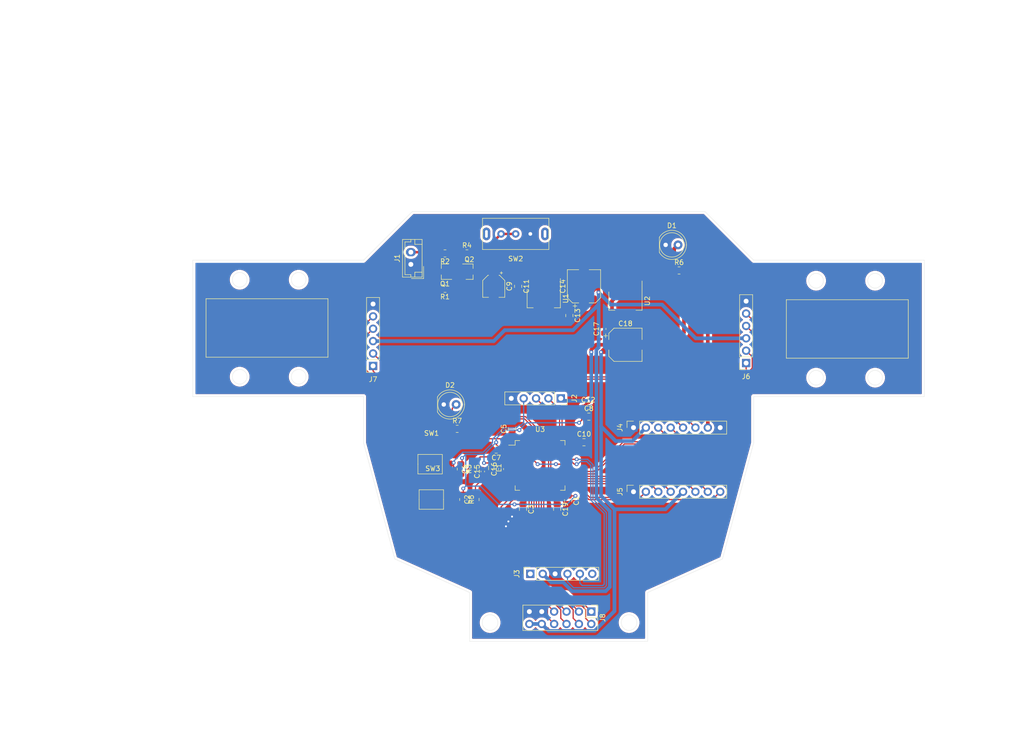
<source format=kicad_pcb>
(kicad_pcb (version 20171130) (host pcbnew "(5.1.9)-1")
  (layers (0 F.Cu signal) (31 B.Cu signal) (34 B.Paste user) (35 F.Paste user) (36 B.SilkS user) (37 F.SilkS user) (38 B.Mask user) (39 F.Mask user) (44 Edge.Cuts user))
  (net 0 "")
  (net 1 VDD)
  (net 2 GND)
  (net 3 BUT1)
  (net 4 NRST)
  (net 5 7,4V)
  (net 6 +5V)
  (net 7 VDDA)
  (net 8 "Net-(C19-Pad1)")
  (net 9 "Net-(J1-Pad2)")
  (net 10 SWDIO)
  (net 11 SWCLK)
  (net 12 TXD)
  (net 13 RXD)
  (net 14 BO1)
  (net 15 BO2)
  (net 16 AO2)
  (net 17 AO1)
  (net 18 PWM2)
  (net 19 BIN2)
  (net 20 BIN1)
  (net 21 AIN1)
  (net 22 AIN2)
  (net 23 PWM1)
  (net 24 ENCODER12)
  (net 25 ENCODER11)
  (net 26 ENCODER21)
  (net 27 ENCODER22)
  (net 28 ADC1_IN3)
  (net 29 ADC1_IN4)
  (net 30 ADC1_IN5)
  (net 31 ADC1_IN6)
  (net 32 ADC1_IN7)
  (net 33 ADC1_IN8)
  (net 34 "Net-(Q1-Pad2)")
  (net 35 "Net-(Q1-Pad1)")
  (net 36 "Net-(Q2-Pad1)")
  (net 37 "Net-(R4-Pad2)")
  (net 38 "Net-(D1-Pad2)")
  (net 39 "Net-(D2-Pad2)")
  (net 40 LED1)
  (net 41 ADC1_IN15)
  (net 42 ADC1_IN14)
  (module Connector_PinSocket_2.54mm:PinSocket_1x06_P2.54mm_Vertical (layer F.Cu) (at 206.75 89.5 180)
    (fp_text reference J6 (at 0 -2.77) (layer F.SilkS))
    (fp_text value Conn_01x06)
    (pad 6 thru_hole oval (at 0 12.7 180) (size 1.7 1.7) (drill 1) (layers *.Cu *.Mask) (net 2 GND))
    (pad 5 thru_hole oval (at 0 10.16 180) (size 1.7 1.7) (drill 1) (layers *.Cu *.Mask) (net 24 ENCODER12))
    (pad 4 thru_hole oval (at 0 7.62 180) (size 1.7 1.7) (drill 1) (layers *.Cu *.Mask) (net 25 ENCODER11))
    (pad 3 thru_hole oval (at 0 5.08 180) (size 1.7 1.7) (drill 1) (layers *.Cu *.Mask) (net 6 +5V))
    (pad 2 thru_hole oval (at 0 2.54 180) (size 1.7 1.7) (drill 1) (layers *.Cu *.Mask) (net 17 AO1))
    (pad 1 thru_hole rect (at 0 0 180) (size 1.7 1.7) (drill 1) (layers *.Cu *.Mask) (net 16 AO2))
  )
  (module Capacitor_SMD:C_0805_2012Metric_Pad1.18x1.45mm_HandSolder (layer F.Cu) (at 170.25 117.75 270)
    (fp_text reference C1 (at 0 -1.68 90) (layer F.SilkS))
    (fp_text value 100nF)
    (pad 2 smd roundrect (at 1.0375 0 270) (size 1.175 1.45) (layers F.Cu F.Paste F.Mask) (roundrect_rratio 0.212766) (net 2 GND))
    (pad 1 smd roundrect (at -1.0375 0 270) (size 1.175 1.45) (layers F.Cu F.Paste F.Mask) (roundrect_rratio 0.212766) (net 1 VDD))
  )
  (module Capacitor_SMD:C_0805_2012Metric_Pad1.18x1.45mm_HandSolder (layer F.Cu) (at 151.25 117.5 90)
    (fp_text reference C2 (at 0 -1.68 90) (layer F.SilkS))
    (fp_text value 100nF)
    (pad 1 smd roundrect (at -1.0375 0 90) (size 1.175 1.45) (layers F.Cu F.Paste F.Mask) (roundrect_rratio 0.212766) (net 2 GND))
    (pad 2 smd roundrect (at 1.0375 0 90) (size 1.175 1.45) (layers F.Cu F.Paste F.Mask) (roundrect_rratio 0.212766) (net 3 BUT1))
  )
  (module Capacitor_SMD:C_0805_2012Metric_Pad1.18x1.45mm_HandSolder (layer F.Cu) (at 161 119.5 270)
    (fp_text reference C3 (at 0 -1.68 90) (layer F.SilkS))
    (fp_text value 100nF)
    (pad 1 smd roundrect (at -1.0375 0 270) (size 1.175 1.45) (layers F.Cu F.Paste F.Mask) (roundrect_rratio 0.212766) (net 1 VDD))
    (pad 2 smd roundrect (at 1.0375 0 270) (size 1.175 1.45) (layers F.Cu F.Paste F.Mask) (roundrect_rratio 0.212766) (net 2 GND))
  )
  (module Capacitor_SMD:C_0805_2012Metric_Pad1.18x1.45mm_HandSolder (layer F.Cu) (at 150.75 111.25 90)
    (fp_text reference C4 (at 0 -1.68 90) (layer F.SilkS))
    (fp_text value 100nF)
    (pad 1 smd roundrect (at -1.0375 0 90) (size 1.175 1.45) (layers F.Cu F.Paste F.Mask) (roundrect_rratio 0.212766) (net 2 GND))
    (pad 2 smd roundrect (at 1.0375 0 90) (size 1.175 1.45) (layers F.Cu F.Paste F.Mask) (roundrect_rratio 0.212766) (net 4 NRST))
  )
  (module Capacitor_SMD:C_0805_2012Metric_Pad1.18x1.45mm_HandSolder (layer F.Cu) (at 158.75 103 90)
    (fp_text reference C5 (at 0 -1.68 90) (layer F.SilkS))
    (fp_text value 100nF)
    (pad 2 smd roundrect (at 1.0375 0 90) (size 1.175 1.45) (layers F.Cu F.Paste F.Mask) (roundrect_rratio 0.212766) (net 2 GND))
    (pad 1 smd roundrect (at -1.0375 0 90) (size 1.175 1.45) (layers F.Cu F.Paste F.Mask) (roundrect_rratio 0.212766) (net 1 VDD))
  )
  (module Capacitor_SMD:C_0805_2012Metric_Pad1.18x1.45mm_HandSolder (layer F.Cu) (at 155.5 107.25 180)
    (fp_text reference C7 (at 0 -1.68) (layer F.SilkS))
    (fp_text value 100nF)
    (pad 2 smd roundrect (at 1.0375 0 180) (size 1.175 1.45) (layers F.Cu F.Paste F.Mask) (roundrect_rratio 0.212766) (net 2 GND))
    (pad 1 smd roundrect (at -1.0375 0 180) (size 1.175 1.45) (layers F.Cu F.Paste F.Mask) (roundrect_rratio 0.212766) (net 1 VDD))
  )
  (module Capacitor_SMD:C_0805_2012Metric_Pad1.18x1.45mm_HandSolder (layer F.Cu) (at 174.5 100.5)
    (fp_text reference C8 (at 0 -1.68) (layer F.SilkS))
    (fp_text value 100nF)
    (pad 2 smd roundrect (at 1.0375 0) (size 1.175 1.45) (layers F.Cu F.Paste F.Mask) (roundrect_rratio 0.212766) (net 2 GND))
    (pad 1 smd roundrect (at -1.0375 0) (size 1.175 1.45) (layers F.Cu F.Paste F.Mask) (roundrect_rratio 0.212766) (net 1 VDD))
  )
  (module Capacitor_SMD:CP_Elec_4x5.4 (layer F.Cu) (at 155 73.75 270)
    (fp_text reference C9 (at 0 -3.2 90) (layer F.SilkS))
    (fp_text value 10uF)
    (pad 1 smd roundrect (at -1.8 0 270) (size 2.6 1.6) (layers F.Cu F.Paste F.Mask) (roundrect_rratio 0.15625) (net 5 7,4V))
    (pad 2 smd roundrect (at 1.8 0 270) (size 2.6 1.6) (layers F.Cu F.Paste F.Mask) (roundrect_rratio 0.15625) (net 2 GND))
  )
  (module Capacitor_SMD:C_0805_2012Metric_Pad1.18x1.45mm_HandSolder (layer F.Cu) (at 173.5 105.75)
    (fp_text reference C10 (at 0 -1.68) (layer F.SilkS))
    (fp_text value 100nF)
    (pad 1 smd roundrect (at -1.0375 0) (size 1.175 1.45) (layers F.Cu F.Paste F.Mask) (roundrect_rratio 0.212766) (net 1 VDD))
    (pad 2 smd roundrect (at 1.0375 0) (size 1.175 1.45) (layers F.Cu F.Paste F.Mask) (roundrect_rratio 0.212766) (net 2 GND))
  )
  (module Capacitor_SMD:C_0805_2012Metric_Pad1.18x1.45mm_HandSolder (layer F.Cu) (at 160 73.75 270)
    (fp_text reference C11 (at 0 -1.68 90) (layer F.SilkS))
    (fp_text value 100nF)
    (pad 1 smd roundrect (at -1.0375 0 270) (size 1.175 1.45) (layers F.Cu F.Paste F.Mask) (roundrect_rratio 0.212766) (net 5 7,4V))
    (pad 2 smd roundrect (at 1.0375 0 270) (size 1.175 1.45) (layers F.Cu F.Paste F.Mask) (roundrect_rratio 0.212766) (net 2 GND))
  )
  (module Capacitor_SMD:C_0603_1608Metric_Pad1.08x0.95mm_HandSolder (layer F.Cu) (at 174.3625 98.5)
    (fp_text reference C12 (at 0 -1.43) (layer F.SilkS))
    (fp_text value 4.7uF)
    (pad 1 smd roundrect (at -0.8625 0) (size 1.075 0.95) (layers F.Cu F.Paste F.Mask) (net 1 VDD))
    (pad 2 smd roundrect (at 0.8625 0) (size 1.075 0.95) (layers F.Cu F.Paste F.Mask) (net 2 GND))
  )
  (module Capacitor_SMD:C_0805_2012Metric_Pad1.18x1.45mm_HandSolder (layer F.Cu) (at 170.5 79.75 270)
    (fp_text reference C13 (at 0 -1.68 90) (layer F.SilkS))
    (fp_text value 100nF)
    (pad 1 smd roundrect (at -1.0375 0 270) (size 1.175 1.45) (layers F.Cu F.Paste F.Mask) (roundrect_rratio 0.212766) (net 6 +5V))
    (pad 2 smd roundrect (at 1.0375 0 270) (size 1.175 1.45) (layers F.Cu F.Paste F.Mask) (roundrect_rratio 0.212766) (net 2 GND))
  )
  (module Capacitor_SMD:CP_Elec_6.3x5.4 (layer F.Cu) (at 173.5 73.75 90)
    (fp_text reference C14 (at 0 -4.35 90) (layer F.SilkS))
    (fp_text value 100uF)
    (pad 2 smd roundrect (at 2.8 0 90) (size 3.5 1.6) (layers F.Cu F.Paste F.Mask) (roundrect_rratio 0.15625) (net 2 GND))
    (pad 1 smd roundrect (at -2.8 0 90) (size 3.5 1.6) (layers F.Cu F.Paste F.Mask) (roundrect_rratio 0.15625) (net 6 +5V))
  )
  (module Capacitor_SMD:C_0402_1005Metric_Pad0.74x0.62mm_HandSolder (layer F.Cu) (at 152.75 111.75 90)
    (fp_text reference C15 (at 0 -1.16 90) (layer F.SilkS))
    (fp_text value 1uF)
    (pad 1 smd roundrect (at -0.5675 0 90) (size 0.735 0.62) (layers F.Cu F.Paste F.Mask) (net 7 VDDA))
    (pad 2 smd roundrect (at 0.5675 0 90) (size 0.735 0.62) (layers F.Cu F.Paste F.Mask) (net 2 GND))
  )
  (module Capacitor_SMD:C_0603_1608Metric_Pad1.08x0.95mm_HandSolder (layer F.Cu) (at 156.5 111.25 90)
    (fp_text reference C16 (at 0 -1.43 90) (layer F.SilkS))
    (fp_text value 100nF)
    (pad 2 smd roundrect (at 0.8625 0 90) (size 1.075 0.95) (layers F.Cu F.Paste F.Mask) (net 2 GND))
    (pad 1 smd roundrect (at -0.8625 0 90) (size 1.075 0.95) (layers F.Cu F.Paste F.Mask) (net 7 VDDA))
  )
  (module Capacitor_SMD:C_0603_1608Metric_Pad1.08x0.95mm_HandSolder (layer F.Cu) (at 177.5 82.5 90)
    (fp_text reference C17 (at 0 -1.43 90) (layer F.SilkS))
    (fp_text value 100nF)
    (pad 1 smd roundrect (at -0.8625 0 90) (size 1.075 0.95) (layers F.Cu F.Paste F.Mask) (net 1 VDD))
    (pad 2 smd roundrect (at 0.8625 0 90) (size 1.075 0.95) (layers F.Cu F.Paste F.Mask) (net 2 GND))
  )
  (module Capacitor_SMD:CP_Elec_6.3x5.4 (layer F.Cu) (at 182 85.75)
    (fp_text reference C18 (at 0 -4.35) (layer F.SilkS))
    (fp_text value 100uF)
    (pad 1 smd roundrect (at -2.8 0) (size 3.5 1.6) (layers F.Cu F.Paste F.Mask) (roundrect_rratio 0.15625) (net 1 VDD))
    (pad 2 smd roundrect (at 2.8 0) (size 3.5 1.6) (layers F.Cu F.Paste F.Mask) (roundrect_rratio 0.15625) (net 2 GND))
  )
  (module Capacitor_SMD:C_0805_2012Metric_Pad1.18x1.45mm_HandSolder (layer F.Cu) (at 168 119.5 270)
    (fp_text reference C19 (at 0 -1.68 90) (layer F.SilkS))
    (fp_text value 4,7uF)
    (pad 2 smd roundrect (at 1.0375 0 270) (size 1.175 1.45) (layers F.Cu F.Paste F.Mask) (roundrect_rratio 0.212766) (net 2 GND))
    (pad 1 smd roundrect (at -1.0375 0 270) (size 1.175 1.45) (layers F.Cu F.Paste F.Mask) (roundrect_rratio 0.212766) (net 8 "Net-(C19-Pad1)"))
  )
  (module LED_THT:LED_D5.0mm (layer F.Cu) (at 190.25 65.25)
    (fp_text reference D1 (at 1.27 -3.96) (layer F.SilkS))
    (fp_text value LED)
    (pad 1 thru_hole rect (at 0 0) (size 1.8 1.8) (drill 0.9) (layers *.Cu *.Mask) (net 2 GND))
    (pad 2 thru_hole circle (at 2.54 0) (size 1.8 1.8) (drill 0.9) (layers *.Cu *.Mask) (net 38 "Net-(D1-Pad2)"))
  )
  (module LED_THT:LED_D5.0mm (layer F.Cu) (at 144.75 98)
    (fp_text reference D2 (at 1.27 -3.96) (layer F.SilkS))
    (fp_text value LED)
    (pad 2 thru_hole circle (at 2.54 0) (size 1.8 1.8) (drill 0.9) (layers *.Cu *.Mask) (net 39 "Net-(D2-Pad2)"))
    (pad 1 thru_hole rect (at 0 0) (size 1.8 1.8) (drill 0.9) (layers *.Cu *.Mask) (net 2 GND))
  )
  (module Connector_JST:JST_EH_B2B-EH-A_1x02_P2.50mm_Vertical (layer F.Cu) (at 138 69.25 90)
    (fp_text reference J1 (at 1.25 -2.8 90) (layer F.SilkS))
    (fp_text value Conn_01x02)
    (pad 1 thru_hole roundrect (at 0 0 90) (size 1.7 2) (drill 1) (layers *.Cu *.Mask) (roundrect_rratio 0.147059) (net 2 GND))
    (pad 2 thru_hole oval (at 2.5 0 90) (size 1.7 2) (drill 1) (layers *.Cu *.Mask) (net 9 "Net-(J1-Pad2)"))
  )
  (module Connector_PinSocket_2.54mm:PinSocket_1x05_P2.54mm_Vertical (layer F.Cu) (at 168.75 96.75 270)
    (fp_text reference J2 (at 0 -2.77 90) (layer F.SilkS))
    (fp_text value Conn_01x05)
    (pad 1 thru_hole rect (at 0 0 270) (size 1.7 1.7) (drill 1) (layers *.Cu *.Mask) (net 1 VDD))
    (pad 2 thru_hole oval (at 0 2.54 270) (size 1.7 1.7) (drill 1) (layers *.Cu *.Mask) (net 10 SWDIO))
    (pad 3 thru_hole oval (at 0 5.08 270) (size 1.7 1.7) (drill 1) (layers *.Cu *.Mask) (net 11 SWCLK))
    (pad 4 thru_hole oval (at 0 7.62 270) (size 1.7 1.7) (drill 1) (layers *.Cu *.Mask) (net 4 NRST))
    (pad 5 thru_hole oval (at 0 10.16 270) (size 1.7 1.7) (drill 1) (layers *.Cu *.Mask) (net 2 GND))
  )
  (module Connector_PinSocket_2.54mm:PinSocket_1x06_P2.54mm_Vertical (layer F.Cu) (at 162.5 132.75 90)
    (fp_text reference J3 (at 0 -2.77 90) (layer F.SilkS))
    (fp_text value Conn_01x06)
    (pad 1 thru_hole rect (at 0 0 90) (size 1.7 1.7) (drill 1) (layers *.Cu *.Mask))
    (pad 2 thru_hole oval (at 0 2.54 90) (size 1.7 1.7) (drill 1) (layers *.Cu *.Mask) (net 6 +5V))
    (pad 3 thru_hole oval (at 0 5.08 90) (size 1.7 1.7) (drill 1) (layers *.Cu *.Mask) (net 2 GND))
    (pad 4 thru_hole oval (at 0 7.62 90) (size 1.7 1.7) (drill 1) (layers *.Cu *.Mask) (net 12 TXD))
    (pad 5 thru_hole oval (at 0 10.16 90) (size 1.7 1.7) (drill 1) (layers *.Cu *.Mask) (net 13 RXD))
    (pad 6 thru_hole oval (at 0 12.7 90) (size 1.7 1.7) (drill 1) (layers *.Cu *.Mask))
  )
  (module Connector_PinSocket_2.54mm:PinSocket_1x08_P2.54mm_Vertical (layer F.Cu) (at 183.655001 102.75 90)
    (fp_text reference J4 (at 0 -2.77 90) (layer F.SilkS))
    (fp_text value Conn_01x08)
    (pad 1 thru_hole rect (at 0 0 90) (size 1.7 1.7) (drill 1) (layers *.Cu *.Mask) (net 2 GND))
    (pad 2 thru_hole oval (at 0 2.54 90) (size 1.7 1.7) (drill 1) (layers *.Cu *.Mask) (net 1 VDD))
    (pad 3 thru_hole oval (at 0 5.08 90) (size 1.7 1.7) (drill 1) (layers *.Cu *.Mask) (net 17 AO1))
    (pad 4 thru_hole oval (at 0 7.62 90) (size 1.7 1.7) (drill 1) (layers *.Cu *.Mask) (net 16 AO2))
    (pad 5 thru_hole oval (at 0 10.16 90) (size 1.7 1.7) (drill 1) (layers *.Cu *.Mask) (net 15 BO2))
    (pad 6 thru_hole oval (at 0 12.7 90) (size 1.7 1.7) (drill 1) (layers *.Cu *.Mask) (net 14 BO1))
    (pad 7 thru_hole oval (at 0 15.24 90) (size 1.7 1.7) (drill 1) (layers *.Cu *.Mask) (net 5 7,4V))
    (pad 8 thru_hole oval (at 0 17.78 90) (size 1.7 1.7) (drill 1) (layers *.Cu *.Mask) (net 2 GND))
  )
  (module Connector_PinSocket_2.54mm:PinSocket_1x08_P2.54mm_Vertical (layer F.Cu) (at 183.655001 115.904999 90)
    (fp_text reference J5 (at 0 -2.77 90) (layer F.SilkS))
    (fp_text value Conn_01x08)
    (pad 8 thru_hole oval (at 0 17.78 90) (size 1.7 1.7) (drill 1) (layers *.Cu *.Mask) (net 23 PWM1))
    (pad 7 thru_hole oval (at 0 15.24 90) (size 1.7 1.7) (drill 1) (layers *.Cu *.Mask) (net 22 AIN2))
    (pad 6 thru_hole oval (at 0 12.7 90) (size 1.7 1.7) (drill 1) (layers *.Cu *.Mask) (net 21 AIN1))
    (pad 5 thru_hole oval (at 0 10.16 90) (size 1.7 1.7) (drill 1) (layers *.Cu *.Mask) (net 1 VDD))
    (pad 4 thru_hole oval (at 0 7.62 90) (size 1.7 1.7) (drill 1) (layers *.Cu *.Mask) (net 20 BIN1))
    (pad 3 thru_hole oval (at 0 5.08 90) (size 1.7 1.7) (drill 1) (layers *.Cu *.Mask) (net 19 BIN2))
    (pad 2 thru_hole oval (at 0 2.54 90) (size 1.7 1.7) (drill 1) (layers *.Cu *.Mask) (net 18 PWM2))
    (pad 1 thru_hole rect (at 0 0 90) (size 1.7 1.7) (drill 1) (layers *.Cu *.Mask) (net 2 GND))
  )
  (module Connector_PinSocket_2.54mm:PinSocket_1x06_P2.54mm_Vertical (layer F.Cu) (at 130.25 90.08 180)
    (fp_text reference J7 (at 0 -2.77) (layer F.SilkS))
    (fp_text value Conn_01x06)
    (pad 1 thru_hole rect (at 0 0 180) (size 1.7 1.7) (drill 1) (layers *.Cu *.Mask) (net 15 BO2))
    (pad 2 thru_hole oval (at 0 2.54 180) (size 1.7 1.7) (drill 1) (layers *.Cu *.Mask) (net 14 BO1))
    (pad 3 thru_hole oval (at 0 5.08 180) (size 1.7 1.7) (drill 1) (layers *.Cu *.Mask) (net 6 +5V))
    (pad 4 thru_hole oval (at 0 7.62 180) (size 1.7 1.7) (drill 1) (layers *.Cu *.Mask) (net 26 ENCODER21))
    (pad 5 thru_hole oval (at 0 10.16 180) (size 1.7 1.7) (drill 1) (layers *.Cu *.Mask) (net 27 ENCODER22))
    (pad 6 thru_hole oval (at 0 12.7 180) (size 1.7 1.7) (drill 1) (layers *.Cu *.Mask) (net 2 GND))
  )
  (module Connector_PinHeader_2.54mm:PinHeader_2x06_P2.54mm_Vertical (layer F.Cu) (at 175 140.5 270)
    (fp_text reference J8 (at 1.27 -2.33 90) (layer F.SilkS))
    (fp_text value Conn_02x06_Odd_Even)
    (pad 1 thru_hole rect (at 0 0 270) (size 1.7 1.7) (drill 1) (layers *.Cu *.Mask) (net 33 ADC1_IN8))
    (pad 2 thru_hole oval (at 2.54 0 270) (size 1.7 1.7) (drill 1) (layers *.Cu *.Mask) (net 41 ADC1_IN15))
    (pad 3 thru_hole oval (at 0 2.54 270) (size 1.7 1.7) (drill 1) (layers *.Cu *.Mask) (net 42 ADC1_IN14))
    (pad 4 thru_hole oval (at 2.54 2.54 270) (size 1.7 1.7) (drill 1) (layers *.Cu *.Mask) (net 32 ADC1_IN7))
    (pad 5 thru_hole oval (at 0 5.08 270) (size 1.7 1.7) (drill 1) (layers *.Cu *.Mask) (net 31 ADC1_IN6))
    (pad 6 thru_hole oval (at 2.54 5.08 270) (size 1.7 1.7) (drill 1) (layers *.Cu *.Mask) (net 30 ADC1_IN5))
    (pad 7 thru_hole oval (at 0 7.62 270) (size 1.7 1.7) (drill 1) (layers *.Cu *.Mask) (net 29 ADC1_IN4))
    (pad 8 thru_hole oval (at 2.54 7.62 270) (size 1.7 1.7) (drill 1) (layers *.Cu *.Mask) (net 28 ADC1_IN3))
    (pad 9 thru_hole oval (at 0 10.16 270) (size 1.7 1.7) (drill 1) (layers *.Cu *.Mask) (net 2 GND))
    (pad 10 thru_hole oval (at 2.54 10.16 270) (size 1.7 1.7) (drill 1) (layers *.Cu *.Mask) (net 1 VDD))
    (pad 11 thru_hole oval (at 0 12.7 270) (size 1.7 1.7) (drill 1) (layers *.Cu *.Mask) (net 2 GND))
    (pad 12 thru_hole oval (at 2.54 12.7 270) (size 1.7 1.7) (drill 1) (layers *.Cu *.Mask) (net 1 VDD))
  )
  (module Inductor_SMD:L_0805_2012Metric_Pad1.05x1.20mm_HandSolder (layer F.Cu) (at 154.5 111 270)
    (fp_text reference L1 (at 0 -1.55 90) (layer F.SilkS))
    (fp_text value 10uH)
    (pad 1 smd roundrect (at -1.15 0 270) (size 1.05 1.2) (layers F.Cu F.Paste F.Mask) (roundrect_rratio 0.238095) (net 1 VDD))
    (pad 2 smd roundrect (at 1.15 0 270) (size 1.05 1.2) (layers F.Cu F.Paste F.Mask) (roundrect_rratio 0.238095) (net 7 VDDA))
  )
  (module Package_TO_SOT_SMD:SOT-23 (layer F.Cu) (at 145 70.75 180)
    (fp_text reference Q1 (at 0 -2.5) (layer F.SilkS))
    (fp_text value IRLML9301)
    (pad 1 smd rect (at -1 -0.95 180) (size 0.9 0.8) (layers F.Cu F.Paste F.Mask) (net 35 "Net-(Q1-Pad1)"))
    (pad 2 smd rect (at -1 0.95 180) (size 0.9 0.8) (layers F.Cu F.Paste F.Mask) (net 34 "Net-(Q1-Pad2)"))
    (pad 3 smd rect (at 1 0 180) (size 0.9 0.8) (layers F.Cu F.Paste F.Mask) (net 9 "Net-(J1-Pad2)"))
  )
  (module Package_TO_SOT_SMD:SOT-23 (layer F.Cu) (at 150 70.75)
    (fp_text reference Q2 (at 0 -2.5) (layer F.SilkS))
    (fp_text value IRLML9301)
    (pad 3 smd rect (at 1 0) (size 0.9 0.8) (layers F.Cu F.Paste F.Mask) (net 5 7,4V))
    (pad 2 smd rect (at -1 0.95) (size 0.9 0.8) (layers F.Cu F.Paste F.Mask) (net 34 "Net-(Q1-Pad2)"))
    (pad 1 smd rect (at -1 -0.95) (size 0.9 0.8) (layers F.Cu F.Paste F.Mask) (net 36 "Net-(Q2-Pad1)"))
  )
  (module Resistor_SMD:R_0805_2012Metric_Pad1.20x1.40mm_HandSolder (layer F.Cu) (at 145 74.25 180)
    (fp_text reference R1 (at 0 -1.65) (layer F.SilkS))
    (fp_text value 1k)
    (pad 2 smd roundrect (at 1 0 180) (size 1.2 1.4) (layers F.Cu F.Paste F.Mask) (roundrect_rratio 0.208333) (net 2 GND))
    (pad 1 smd roundrect (at -1 0 180) (size 1.2 1.4) (layers F.Cu F.Paste F.Mask) (roundrect_rratio 0.208333) (net 35 "Net-(Q1-Pad1)"))
  )
  (module Resistor_SMD:R_0805_2012Metric_Pad1.20x1.40mm_HandSolder (layer F.Cu) (at 145 67 180)
    (fp_text reference R2 (at 0 -1.65) (layer F.SilkS))
    (fp_text value 10k)
    (pad 1 smd roundrect (at -1 0 180) (size 1.2 1.4) (layers F.Cu F.Paste F.Mask) (roundrect_rratio 0.208333) (net 36 "Net-(Q2-Pad1)"))
    (pad 2 smd roundrect (at 1 0 180) (size 1.2 1.4) (layers F.Cu F.Paste F.Mask) (roundrect_rratio 0.208333) (net 34 "Net-(Q1-Pad2)"))
  )
  (module Resistor_SMD:R_0805_2012Metric_Pad1.20x1.40mm_HandSolder (layer F.Cu) (at 148.25 111.25 270)
    (fp_text reference R3 (at 0 -1.65 90) (layer F.SilkS))
    (fp_text value 100k)
    (pad 1 smd roundrect (at -1 0 270) (size 1.2 1.4) (layers F.Cu F.Paste F.Mask) (roundrect_rratio 0.208333) (net 1 VDD))
    (pad 2 smd roundrect (at 1 0 270) (size 1.2 1.4) (layers F.Cu F.Paste F.Mask) (roundrect_rratio 0.208333) (net 4 NRST))
  )
  (module Resistor_SMD:R_0805_2012Metric_Pad1.20x1.40mm_HandSolder (layer F.Cu) (at 149.5 67)
    (fp_text reference R4 (at 0 -1.65) (layer F.SilkS))
    (fp_text value 1k)
    (pad 2 smd roundrect (at 1 0) (size 1.2 1.4) (layers F.Cu F.Paste F.Mask) (roundrect_rratio 0.208333) (net 37 "Net-(R4-Pad2)"))
    (pad 1 smd roundrect (at -1 0) (size 1.2 1.4) (layers F.Cu F.Paste F.Mask) (roundrect_rratio 0.208333) (net 36 "Net-(Q2-Pad1)"))
  )
  (module Resistor_SMD:R_0805_2012Metric_Pad1.20x1.40mm_HandSolder (layer F.Cu) (at 148.75 117.5 270)
    (fp_text reference R5 (at 0 -1.65 90) (layer F.SilkS))
    (fp_text value 100k)
    (pad 1 smd roundrect (at -1 0 270) (size 1.2 1.4) (layers F.Cu F.Paste F.Mask) (roundrect_rratio 0.208333) (net 1 VDD))
    (pad 2 smd roundrect (at 1 0 270) (size 1.2 1.4) (layers F.Cu F.Paste F.Mask) (roundrect_rratio 0.208333) (net 3 BUT1))
  )
  (module Resistor_SMD:R_0805_2012Metric_Pad1.20x1.40mm_HandSolder (layer F.Cu) (at 193 70.5)
    (fp_text reference R6 (at 0 -1.65) (layer F.SilkS))
    (fp_text value 330)
    (pad 1 smd roundrect (at -1 0) (size 1.2 1.4) (layers F.Cu F.Paste F.Mask) (roundrect_rratio 0.208333) (net 38 "Net-(D1-Pad2)"))
    (pad 2 smd roundrect (at 1 0) (size 1.2 1.4) (layers F.Cu F.Paste F.Mask) (roundrect_rratio 0.208333) (net 1 VDD))
  )
  (module Resistor_SMD:R_0805_2012Metric_Pad1.20x1.40mm_HandSolder (layer F.Cu) (at 147.5 103)
    (fp_text reference R7 (at 0 -1.65) (layer F.SilkS))
    (fp_text value 330)
    (pad 2 smd roundrect (at 1 0) (size 1.2 1.4) (layers F.Cu F.Paste F.Mask) (roundrect_rratio 0.208333) (net 40 LED1))
    (pad 1 smd roundrect (at -1 0) (size 1.2 1.4) (layers F.Cu F.Paste F.Mask) (roundrect_rratio 0.208333) (net 39 "Net-(D2-Pad2)"))
  )
  (module warsztaty:TactSwitchSMD (layer F.Cu) (at 142.25 110.25)
    (fp_text reference SW1 (at 0 -6.35) (layer F.SilkS))
    (fp_text value SW_Push)
    (pad 1 smd rect (at -3.8 0) (size 2 1.5) (layers F.Cu F.Paste F.Mask) (net 2 GND))
    (pad 2 smd rect (at 3.2 0) (size 2 1.5) (layers F.Cu F.Paste F.Mask) (net 4 NRST))
  )
  (module warsztaty:Przelacznik (layer F.Cu) (at 159.5 63 180)
    (fp_text reference SW2 (at 0 -5.1) (layer F.SilkS))
    (fp_text value SW_SPDT)
    (pad 1 thru_hole circle (at -3 0 180) (size 1.524 1.524) (drill 0.762) (layers *.Cu *.Mask) (net 2 GND))
    (pad 2 thru_hole circle (at 0 0 180) (size 1.524 1.524) (drill 0.762) (layers *.Cu *.Mask) (net 37 "Net-(R4-Pad2)"))
    (pad 3 thru_hole circle (at 3 0 180) (size 1.524 1.524) (drill 0.762) (layers *.Cu *.Mask) (net 37 "Net-(R4-Pad2)"))
    (pad 5 thru_hole oval (at -6 0 180) (size 1.55 2.6) (drill oval 0.55 1.6) (layers *.Cu *.Mask F.Adhes))
    (pad 5 thru_hole oval (at 6 0 180) (size 1.55 2.6) (drill oval 0.55 1.6) (layers *.Cu *.Mask F.Adhes))
  )
  (module warsztaty:TactSwitchSMD (layer F.Cu) (at 142.5 117.5)
    (fp_text reference SW3 (at 0 -6.35) (layer F.SilkS))
    (fp_text value SW_Push)
    (pad 2 smd rect (at 3.2 0) (size 2 1.5) (layers F.Cu F.Paste F.Mask) (net 3 BUT1))
    (pad 1 smd rect (at -3.8 0) (size 2 1.5) (layers F.Cu F.Paste F.Mask) (net 2 GND))
  )
  (module Package_TO_SOT_SMD:SOT-223-3_TabPin2 (layer F.Cu) (at 165.25 76.25 270)
    (fp_text reference U1 (at 0 -4.5 90) (layer F.SilkS))
    (fp_text value LM1117-5.0)
    (pad 1 smd rect (at -3.15 -2.3 270) (size 2 1.5) (layers F.Cu F.Paste F.Mask) (net 2 GND))
    (pad 3 smd rect (at -3.15 2.3 270) (size 2 1.5) (layers F.Cu F.Paste F.Mask) (net 5 7,4V))
    (pad 2 smd rect (at -3.15 0 270) (size 2 1.5) (layers F.Cu F.Paste F.Mask) (net 6 +5V))
    (pad 2 smd rect (at 3.15 0 270) (size 2 3.8) (layers F.Cu F.Paste F.Mask) (net 6 +5V))
  )
  (module Package_TO_SOT_SMD:SOT-223-3_TabPin2 (layer F.Cu) (at 182 76.75 270)
    (fp_text reference U2 (at 0 -4.5 90) (layer F.SilkS))
    (fp_text value LM1117-3.3)
    (pad 2 smd rect (at 3.15 0 270) (size 2 3.8) (layers F.Cu F.Paste F.Mask) (net 1 VDD))
    (pad 2 smd rect (at -3.15 0 270) (size 2 1.5) (layers F.Cu F.Paste F.Mask) (net 1 VDD))
    (pad 3 smd rect (at -3.15 2.3 270) (size 2 1.5) (layers F.Cu F.Paste F.Mask) (net 6 +5V))
    (pad 1 smd rect (at -3.15 -2.3 270) (size 2 1.5) (layers F.Cu F.Paste F.Mask) (net 2 GND))
  )
  (module Package_QFP:LQFP-64_10x10mm_P0.5mm (layer F.Cu) (at 164.5 110.5)
    (fp_text reference U3 (at 0 -7.4) (layer F.SilkS))
    (fp_text value STM32F411RET6)
    (pad 1 smd roundrect (at -5.675 -3.75) (size 1.55 0.3) (layers F.Cu F.Paste F.Mask) (net 1 VDD))
    (pad 2 smd roundrect (at -5.675 -3.25) (size 1.55 0.3) (layers F.Cu F.Paste F.Mask))
    (pad 3 smd roundrect (at -5.675 -2.75) (size 1.55 0.3) (layers F.Cu F.Paste F.Mask))
    (pad 4 smd roundrect (at -5.675 -2.25) (size 1.55 0.3) (layers F.Cu F.Paste F.Mask))
    (pad 5 smd roundrect (at -5.675 -1.75) (size 1.55 0.3) (layers F.Cu F.Paste F.Mask))
    (pad 6 smd roundrect (at -5.675 -1.25) (size 1.55 0.3) (layers F.Cu F.Paste F.Mask))
    (pad 7 smd roundrect (at -5.675 -0.75) (size 1.55 0.3) (layers F.Cu F.Paste F.Mask) (net 4 NRST))
    (pad 8 smd roundrect (at -5.675 -0.25) (size 1.55 0.3) (layers F.Cu F.Paste F.Mask))
    (pad 9 smd roundrect (at -5.675 0.25) (size 1.55 0.3) (layers F.Cu F.Paste F.Mask))
    (pad 10 smd roundrect (at -5.675 0.75) (size 1.55 0.3) (layers F.Cu F.Paste F.Mask))
    (pad 11 smd roundrect (at -5.675 1.25) (size 1.55 0.3) (layers F.Cu F.Paste F.Mask))
    (pad 12 smd roundrect (at -5.675 1.75) (size 1.55 0.3) (layers F.Cu F.Paste F.Mask) (net 2 GND))
    (pad 13 smd roundrect (at -5.675 2.25) (size 1.55 0.3) (layers F.Cu F.Paste F.Mask) (net 7 VDDA))
    (pad 14 smd roundrect (at -5.675 2.75) (size 1.55 0.3) (layers F.Cu F.Paste F.Mask) (net 3 BUT1))
    (pad 15 smd roundrect (at -5.675 3.25) (size 1.55 0.3) (layers F.Cu F.Paste F.Mask))
    (pad 16 smd roundrect (at -5.675 3.75) (size 1.55 0.3) (layers F.Cu F.Paste F.Mask))
    (pad 17 smd roundrect (at -3.75 5.675) (size 0.3 1.55) (layers F.Cu F.Paste F.Mask) (net 28 ADC1_IN3))
    (pad 18 smd roundrect (at -3.25 5.675) (size 0.3 1.55) (layers F.Cu F.Paste F.Mask) (net 2 GND))
    (pad 19 smd roundrect (at -2.75 5.675) (size 0.3 1.55) (layers F.Cu F.Paste F.Mask) (net 1 VDD))
    (pad 20 smd roundrect (at -2.25 5.675) (size 0.3 1.55) (layers F.Cu F.Paste F.Mask) (net 29 ADC1_IN4))
    (pad 21 smd roundrect (at -1.75 5.675) (size 0.3 1.55) (layers F.Cu F.Paste F.Mask) (net 30 ADC1_IN5))
    (pad 22 smd roundrect (at -1.25 5.675) (size 0.3 1.55) (layers F.Cu F.Paste F.Mask) (net 31 ADC1_IN6))
    (pad 23 smd roundrect (at -0.75 5.675) (size 0.3 1.55) (layers F.Cu F.Paste F.Mask) (net 32 ADC1_IN7))
    (pad 24 smd roundrect (at -0.25 5.675) (size 0.3 1.55) (layers F.Cu F.Paste F.Mask) (net 42 ADC1_IN14))
    (pad 25 smd roundrect (at 0.25 5.675) (size 0.3 1.55) (layers F.Cu F.Paste F.Mask) (net 41 ADC1_IN15))
    (pad 26 smd roundrect (at 0.75 5.675) (size 0.3 1.55) (layers F.Cu F.Paste F.Mask) (net 33 ADC1_IN8))
    (pad 27 smd roundrect (at 1.25 5.675) (size 0.3 1.55) (layers F.Cu F.Paste F.Mask))
    (pad 28 smd roundrect (at 1.75 5.675) (size 0.3 1.55) (layers F.Cu F.Paste F.Mask))
    (pad 29 smd roundrect (at 2.25 5.675) (size 0.3 1.55) (layers F.Cu F.Paste F.Mask))
    (pad 30 smd roundrect (at 2.75 5.675) (size 0.3 1.55) (layers F.Cu F.Paste F.Mask) (net 8 "Net-(C19-Pad1)"))
    (pad 31 smd roundrect (at 3.25 5.675) (size 0.3 1.55) (layers F.Cu F.Paste F.Mask) (net 2 GND))
    (pad 32 smd roundrect (at 3.75 5.675) (size 0.3 1.55) (layers F.Cu F.Paste F.Mask) (net 1 VDD))
    (pad 33 smd roundrect (at 5.675 3.75) (size 1.55 0.3) (layers F.Cu F.Paste F.Mask) (net 19 BIN2))
    (pad 34 smd roundrect (at 5.675 3.25) (size 1.55 0.3) (layers F.Cu F.Paste F.Mask) (net 20 BIN1))
    (pad 35 smd roundrect (at 5.675 2.75) (size 1.55 0.3) (layers F.Cu F.Paste F.Mask) (net 21 AIN1))
    (pad 36 smd roundrect (at 5.675 2.25) (size 1.55 0.3) (layers F.Cu F.Paste F.Mask) (net 22 AIN2))
    (pad 37 smd roundrect (at 5.675 1.75) (size 1.55 0.3) (layers F.Cu F.Paste F.Mask) (net 24 ENCODER12))
    (pad 38 smd roundrect (at 5.675 1.25) (size 1.55 0.3) (layers F.Cu F.Paste F.Mask) (net 25 ENCODER11))
    (pad 39 smd roundrect (at 5.675 0.75) (size 1.55 0.3) (layers F.Cu F.Paste F.Mask))
    (pad 40 smd roundrect (at 5.675 0.25) (size 1.55 0.3) (layers F.Cu F.Paste F.Mask))
    (pad 41 smd roundrect (at 5.675 -0.25) (size 1.55 0.3) (layers F.Cu F.Paste F.Mask) (net 40 LED1))
    (pad 42 smd roundrect (at 5.675 -0.75) (size 1.55 0.3) (layers F.Cu F.Paste F.Mask) (net 13 RXD))
    (pad 43 smd roundrect (at 5.675 -1.25) (size 1.55 0.3) (layers F.Cu F.Paste F.Mask) (net 12 TXD))
    (pad 44 smd roundrect (at 5.675 -1.75) (size 1.55 0.3) (layers F.Cu F.Paste F.Mask))
    (pad 45 smd roundrect (at 5.675 -2.25) (size 1.55 0.3) (layers F.Cu F.Paste F.Mask))
    (pad 46 smd roundrect (at 5.675 -2.75) (size 1.55 0.3) (layers F.Cu F.Paste F.Mask) (net 10 SWDIO))
    (pad 47 smd roundrect (at 5.675 -3.25) (size 1.55 0.3) (layers F.Cu F.Paste F.Mask) (net 2 GND))
    (pad 48 smd roundrect (at 5.675 -3.75) (size 1.55 0.3) (layers F.Cu F.Paste F.Mask) (net 1 VDD))
    (pad 49 smd roundrect (at 3.75 -5.675) (size 0.3 1.55) (layers F.Cu F.Paste F.Mask) (net 11 SWCLK))
    (pad 50 smd roundrect (at 3.25 -5.675) (size 0.3 1.55) (layers F.Cu F.Paste F.Mask) (net 18 PWM2))
    (pad 51 smd roundrect (at 2.75 -5.675) (size 0.3 1.55) (layers F.Cu F.Paste F.Mask))
    (pad 52 smd roundrect (at 2.25 -5.675) (size 0.3 1.55) (layers F.Cu F.Paste F.Mask))
    (pad 53 smd roundrect (at 1.75 -5.675) (size 0.3 1.55) (layers F.Cu F.Paste F.Mask))
    (pad 54 smd roundrect (at 1.25 -5.675) (size 0.3 1.55) (layers F.Cu F.Paste F.Mask))
    (pad 55 smd roundrect (at 0.75 -5.675) (size 0.3 1.55) (layers F.Cu F.Paste F.Mask) (net 23 PWM1))
    (pad 56 smd roundrect (at 0.25 -5.675) (size 0.3 1.55) (layers F.Cu F.Paste F.Mask))
    (pad 57 smd roundrect (at -0.25 -5.675) (size 0.3 1.55) (layers F.Cu F.Paste F.Mask))
    (pad 58 smd roundrect (at -0.75 -5.675) (size 0.3 1.55) (layers F.Cu F.Paste F.Mask) (net 26 ENCODER21))
    (pad 59 smd roundrect (at -1.25 -5.675) (size 0.3 1.55) (layers F.Cu F.Paste F.Mask) (net 27 ENCODER22))
    (pad 60 smd roundrect (at -1.75 -5.675) (size 0.3 1.55) (layers F.Cu F.Paste F.Mask) (net 2 GND))
    (pad 61 smd roundrect (at -2.25 -5.675) (size 0.3 1.55) (layers F.Cu F.Paste F.Mask))
    (pad 62 smd roundrect (at -2.75 -5.675) (size 0.3 1.55) (layers F.Cu F.Paste F.Mask))
    (pad 63 smd roundrect (at -3.25 -5.675) (size 0.3 1.55) (layers F.Cu F.Paste F.Mask) (net 2 GND))
    (pad 64 smd roundrect (at -3.75 -5.675) (size 0.3 1.55) (layers F.Cu F.Paste F.Mask) (net 1 VDD))
  )
  (gr_circle (center 182.75 142.75) (end 183.75 141.5) (layer Edge.Cuts) (width 0.05))
  (gr_circle (center 154.25 142.75) (end 155.25 141.5) (layer Edge.Cuts) (width 0.05))
  (gr_line (start 208.3 96.4) (end 208.3 105.9) (layer Edge.Cuts) (width 0.05))
  (gr_line (start 208.3 96.4) (end 243.3 96.4) (layer Edge.Cuts) (width 0.05))
  (gr_line (start 134.7 129.7) (end 150.038213 136.578208) (layer Edge.Cuts) (width 0.05))
  (gr_line (start 128.3 105.9) (end 134.7 129.7) (layer Edge.Cuts) (width 0.05))
  (gr_line (start 186.038213 146.600001) (end 186.561788 146.6) (layer Edge.Cuts) (width 0.05))
  (gr_line (start 186.561788 136.578207) (end 186.561788 146.6) (layer Edge.Cuts) (width 0.05))
  (gr_line (start 150.038213 146.600001) (end 186.038213 146.600001) (layer Edge.Cuts) (width 0.05))
  (gr_line (start 150.038213 136.578208) (end 150.038213 146.600001) (layer Edge.Cuts) (width 0.05))
  (gr_circle (center 221.1 72.6) (end 220.2 73.8) (layer Edge.Cuts) (width 0.05))
  (gr_circle (center 221.1 92.5) (end 222 91.3) (layer Edge.Cuts) (width 0.05))
  (gr_circle (center 233.2 92.5) (end 234.1 91.3) (layer Edge.Cuts) (width 0.05))
  (gr_circle (center 233.2 72.6) (end 232.3 73.8) (layer Edge.Cuts) (width 0.05))
  (gr_circle (center 102.9 92.3) (end 103.8 91.1) (layer Edge.Cuts) (width 0.05))
  (gr_circle (center 115 92.3) (end 115.9 91.1) (layer Edge.Cuts) (width 0.05))
  (gr_circle (center 102.9 72.4) (end 102 73.6) (layer Edge.Cuts) (width 0.05))
  (gr_circle (center 115 72.4) (end 114.1 73.6) (layer Edge.Cuts) (width 0.05))
  (gr_line (start 240 76.5) (end 240 88.5) (layer F.SilkS) (width 0.12))
  (gr_line (start 215 88.5) (end 240 88.5) (layer F.SilkS) (width 0.12))
  (gr_line (start 215 76.5) (end 240 76.5) (layer F.SilkS) (width 0.12))
  (gr_line (start 215 76.5) (end 215 88.5) (layer F.SilkS) (width 0.12))
  (gr_line (start 121 76.3) (end 121 88.3) (layer F.SilkS) (width 0.12))
  (gr_line (start 96 76.3) (end 121 76.3) (layer F.SilkS) (width 0.12))
  (gr_line (start 96 88.3) (end 121 88.3) (layer F.SilkS) (width 0.12))
  (gr_line (start 96 76.3) (end 96 88.3) (layer F.SilkS) (width 0.12))
  (gr_line (start 201.9 129.7) (end 186.561787 136.578208) (layer Edge.Cuts) (width 0.05))
  (gr_line (start 208.3 105.9) (end 201.9 129.7) (layer Edge.Cuts) (width 0.05))
  (gr_line (start 128.3 96.4) (end 128.3 105.9) (layer Edge.Cuts) (width 0.05))
  (gr_line (start 198.3 58.4) (end 138.3 58.4) (layer Edge.Cuts) (width 0.05))
  (gr_line (start 208.3 68.4) (end 198.3 58.4) (layer Edge.Cuts) (width 0.05))
  (gr_line (start 128.3 68.4) (end 138.3 58.4) (layer Edge.Cuts) (width 0.05))
  (gr_line (start 128.3 68.4) (end 93.3 68.4) (layer Edge.Cuts) (width 0.05))
  (gr_line (start 128.3 96.4) (end 93.3 96.4) (layer Edge.Cuts) (width 0.05))
  (gr_line (start 243.3 96.4) (end 243.3 68.4) (layer Edge.Cuts) (width 0.05))
  (gr_line (start 208.3 68.4) (end 243.3 68.4) (layer Edge.Cuts) (width 0.05))
  (gr_line (start 93.3 68.4) (end 93.3 96.4) (layer Edge.Cuts) (width 0.05))
  (segment (start 173.4625 98.5375) (end 173.5 98.5) (width 0.75) (layer F.Cu) (net 1))
  (segment (start 173.4625 100.5) (end 173.4625 98.5375) (width 0.75) (layer F.Cu) (net 1))
  (segment (start 179.2 85.0625) (end 177.5 83.3625) (width 0.75) (layer F.Cu) (net 1))
  (segment (start 179.2 85.75) (end 179.2 85.0625) (width 0.75) (layer F.Cu) (net 1))
  (segment (start 177.5 83.3625) (end 179.25 81.6125) (width 0.75) (layer F.Cu) (net 1))
  (segment (start 179.25 81.6125) (end 179.25 76.75) (width 0.75) (layer F.Cu) (net 1))
  (segment (start 182 74) (end 182 73.6) (width 0.75) (layer F.Cu) (net 1))
  (segment (start 179.25 76.75) (end 182 74) (width 0.75) (layer F.Cu) (net 1))
  (segment (start 173.4625 104.75) (end 172.4625 105.75) (width 0.25) (layer F.Cu) (net 1))
  (segment (start 173.4625 100.5) (end 173.4625 104.75) (width 0.25) (layer F.Cu) (net 1))
  (via (at 172.5 101.75) (size 0.8) (drill 0.4) (layers F.Cu B.Cu) (net 1))
  (segment (start 173.4625 100.7875) (end 172.5 101.75) (width 0.25) (layer F.Cu) (net 1))
  (segment (start 173.4625 100.5) (end 173.4625 100.7875) (width 0.25) (layer F.Cu) (net 1))
  (segment (start 172.5 101.75) (end 161.75 101.75) (width 0.25) (layer B.Cu) (net 1))
  (via (at 160.25 103.25) (size 0.8) (drill 0.4) (layers F.Cu B.Cu) (net 1))
  (segment (start 161.75 101.75) (end 160.25 103.25) (width 0.25) (layer B.Cu) (net 1))
  (segment (start 159.5375 103.25) (end 158.75 104.0375) (width 0.25) (layer F.Cu) (net 1))
  (segment (start 160.25 103.25) (end 159.5375 103.25) (width 0.25) (layer F.Cu) (net 1))
  (segment (start 159.5375 104.825) (end 158.75 104.0375) (width 0.25) (layer F.Cu) (net 1))
  (segment (start 160.75 104.825) (end 159.5375 104.825) (width 0.25) (layer F.Cu) (net 1))
  (segment (start 160.25 103.25) (end 158 103.25) (width 0.25) (layer B.Cu) (net 1))
  (segment (start 158 103.25) (end 157.25 103.25) (width 0.25) (layer B.Cu) (net 1))
  (via (at 155.5 105.75) (size 0.8) (drill 0.4) (layers F.Cu B.Cu) (net 1))
  (segment (start 155.5 105) (end 155.5 105.75) (width 0.25) (layer B.Cu) (net 1))
  (segment (start 157.25 103.25) (end 155.5 105) (width 0.25) (layer B.Cu) (net 1))
  (segment (start 155.5 106.2125) (end 156.5375 107.25) (width 0.25) (layer F.Cu) (net 1))
  (segment (start 155.5 105.75) (end 155.5 106.2125) (width 0.25) (layer F.Cu) (net 1))
  (segment (start 157.0375 106.75) (end 156.5375 107.25) (width 0.25) (layer F.Cu) (net 1))
  (segment (start 158.825 106.75) (end 157.0375 106.75) (width 0.25) (layer F.Cu) (net 1))
  (segment (start 155.5 105.75) (end 153 108.25) (width 0.25) (layer B.Cu) (net 1))
  (segment (start 153 108.25) (end 153 110) (width 0.25) (layer B.Cu) (net 1))
  (via (at 153 110) (size 0.8) (drill 0.4) (layers F.Cu B.Cu) (net 1))
  (segment (start 154.35 110) (end 154.5 109.85) (width 0.25) (layer F.Cu) (net 1))
  (segment (start 153 110) (end 154.35 110) (width 0.25) (layer F.Cu) (net 1))
  (via (at 148.5 109) (size 0.8) (drill 0.4) (layers F.Cu B.Cu) (net 1))
  (segment (start 149.25 108.25) (end 148.5 109) (width 0.25) (layer B.Cu) (net 1))
  (segment (start 153 108.25) (end 149.25 108.25) (width 0.25) (layer B.Cu) (net 1))
  (segment (start 148.5 110) (end 148.25 110.25) (width 0.25) (layer F.Cu) (net 1))
  (segment (start 148.5 109) (end 148.5 110) (width 0.25) (layer F.Cu) (net 1))
  (via (at 148.75 115.25) (size 0.8) (drill 0.4) (layers F.Cu B.Cu) (net 1))
  (segment (start 149.25 114.75) (end 148.75 115.25) (width 0.25) (layer B.Cu) (net 1))
  (segment (start 149.25 108.25) (end 149.25 114.75) (width 0.25) (layer B.Cu) (net 1))
  (segment (start 148.75 115.25) (end 148.75 116.5) (width 0.25) (layer F.Cu) (net 1))
  (segment (start 149.25 114.75) (end 152.25 114.75) (width 0.25) (layer B.Cu) (net 1))
  (segment (start 152.25 114.75) (end 156 118.5) (width 0.25) (layer B.Cu) (net 1))
  (via (at 171.75 116.75) (size 0.8) (drill 0.4) (layers F.Cu B.Cu) (net 1))
  (segment (start 170.2875 116.75) (end 170.25 116.7125) (width 0.25) (layer F.Cu) (net 1))
  (segment (start 171.75 116.75) (end 170.2875 116.75) (width 0.25) (layer F.Cu) (net 1))
  (segment (start 168.7875 116.7125) (end 168.25 116.175) (width 0.25) (layer F.Cu) (net 1))
  (segment (start 170.25 116.7125) (end 168.7875 116.7125) (width 0.25) (layer F.Cu) (net 1))
  (segment (start 170 118.5) (end 171.75 116.75) (width 0.25) (layer B.Cu) (net 1))
  (segment (start 171.4625 106.75) (end 172.4625 105.75) (width 0.25) (layer F.Cu) (net 1))
  (segment (start 170.175 106.75) (end 171.4625 106.75) (width 0.25) (layer F.Cu) (net 1))
  (via (at 177 87.25) (size 0.8) (drill 0.4) (layers F.Cu B.Cu) (net 1))
  (segment (start 178.5 85.75) (end 177 87.25) (width 0.75) (layer F.Cu) (net 1))
  (segment (start 179.2 85.75) (end 178.5 85.75) (width 0.75) (layer F.Cu) (net 1))
  (segment (start 183.445001 105.5) (end 186.195001 102.75) (width 0.75) (layer B.Cu) (net 1))
  (segment (start 180 105.5) (end 183.445001 105.5) (width 0.75) (layer B.Cu) (net 1))
  (segment (start 177 102.5) (end 180 105.5) (width 0.75) (layer B.Cu) (net 1))
  (segment (start 177 87.25) (end 177 102.5) (width 0.75) (layer B.Cu) (net 1))
  (segment (start 177 102.5) (end 177 116.75) (width 0.75) (layer B.Cu) (net 1))
  (segment (start 177 116.75) (end 179.75 119.5) (width 0.75) (layer B.Cu) (net 1))
  (segment (start 190.22 119.5) (end 193.815001 115.904999) (width 0.75) (layer B.Cu) (net 1))
  (segment (start 179.75 119.5) (end 190.22 119.5) (width 0.75) (layer B.Cu) (net 1))
  (segment (start 179.2 85.75) (end 176 85.75) (width 0.75) (layer F.Cu) (net 1))
  (via (at 175 87.25) (size 0.8) (drill 0.4) (layers F.Cu B.Cu) (net 1))
  (segment (start 175 86.75) (end 175 87.25) (width 0.75) (layer F.Cu) (net 1))
  (segment (start 176 85.75) (end 175 86.75) (width 0.75) (layer F.Cu) (net 1))
  (segment (start 175 87.25) (end 175 96.75) (width 0.75) (layer B.Cu) (net 1))
  (via (at 174.5 97.25) (size 0.8) (drill 0.4) (layers F.Cu B.Cu) (net 1))
  (segment (start 175 96.75) (end 174.5 97.25) (width 0.75) (layer B.Cu) (net 1))
  (segment (start 174.5 97.5) (end 173.5 98.5) (width 0.75) (layer F.Cu) (net 1))
  (segment (start 174.5 97.25) (end 174.5 97.5) (width 0.75) (layer F.Cu) (net 1))
  (segment (start 169.25 97.25) (end 168.75 96.75) (width 0.75) (layer B.Cu) (net 1))
  (segment (start 174.5 97.25) (end 169.25 97.25) (width 0.75) (layer B.Cu) (net 1))
  (segment (start 166.265001 144.465001) (end 164.84 143.04) (width 0.75) (layer B.Cu) (net 1))
  (segment (start 175.684001 144.465001) (end 166.265001 144.465001) (width 0.75) (layer B.Cu) (net 1))
  (segment (start 179.75 140.399002) (end 175.684001 144.465001) (width 0.75) (layer B.Cu) (net 1))
  (segment (start 179.75 119.5) (end 179.75 140.399002) (width 0.75) (layer B.Cu) (net 1))
  (segment (start 164.84 143.04) (end 162.3 143.04) (width 0.75) (layer B.Cu) (net 1))
  (segment (start 156.5 110.3875) (end 156.2625 110.3875) (width 0.25) (layer F.Cu) (net 2))
  (segment (start 147.75 117.5) (end 148.75 118.5) (width 0.25) (layer F.Cu) (net 3))
  (segment (start 145.7 117.5) (end 147.75 117.5) (width 0.25) (layer F.Cu) (net 3))
  (segment (start 149.2125 118.5) (end 151.25 116.4625) (width 0.25) (layer F.Cu) (net 3))
  (segment (start 148.75 118.5) (end 149.2125 118.5) (width 0.25) (layer F.Cu) (net 3))
  (segment (start 152.75 113.25) (end 158.825 113.25) (width 0.25) (layer F.Cu) (net 3))
  (segment (start 151.25 114.75) (end 152.75 113.25) (width 0.25) (layer F.Cu) (net 3))
  (segment (start 151.25 116.4625) (end 151.25 114.75) (width 0.25) (layer F.Cu) (net 3))
  (segment (start 145.45 110.25) (end 146.25 110.25) (width 0.25) (layer F.Cu) (net 4))
  (segment (start 148.7125 112.25) (end 150.75 110.2125) (width 0.25) (layer F.Cu) (net 4))
  (segment (start 148.25 112.25) (end 148.7125 112.25) (width 0.25) (layer F.Cu) (net 4))
  (segment (start 150.75 110.2125) (end 152.2125 108.75) (width 0.25) (layer F.Cu) (net 4))
  (segment (start 152.2125 108.75) (end 155.75 108.75) (width 0.25) (layer F.Cu) (net 4))
  (segment (start 157.984298 109.75) (end 158.825 109.75) (width 0.25) (layer F.Cu) (net 4))
  (segment (start 157.734298 109.5) (end 157.984298 109.75) (width 0.25) (layer F.Cu) (net 4))
  (segment (start 156.5 109.5) (end 157.734298 109.5) (width 0.25) (layer F.Cu) (net 4))
  (segment (start 155.75 108.75) (end 156.5 109.5) (width 0.25) (layer F.Cu) (net 4))
  (segment (start 161.13 96.75) (end 161.13 101.73359) (width 0.25) (layer B.Cu) (net 4))
  (segment (start 161.13 101.73359) (end 160.61359 102.25) (width 0.25) (layer B.Cu) (net 4))
  (segment (start 160.176998 102.25) (end 159.627008 102.79999) (width 0.25) (layer B.Cu) (net 4))
  (segment (start 160.61359 102.25) (end 160.176998 102.25) (width 0.25) (layer B.Cu) (net 4))
  (segment (start 159.627008 102.79999) (end 158.1864 102.79999) (width 0.25) (layer B.Cu) (net 4))
  (segment (start 158.1864 102.79999) (end 157.063599 102.799991) (width 0.25) (layer B.Cu) (net 4))
  (segment (start 157.063599 102.799991) (end 155.306795 104.556795) (width 0.25) (layer B.Cu) (net 4))
  (segment (start 155.306795 104.556795) (end 154.75 105.11359) (width 0.25) (layer B.Cu) (net 4))
  (segment (start 154.75 105.11359) (end 154.75 105.86359) (width 0.25) (layer B.Cu) (net 4))
  (segment (start 154.75 105.86359) (end 153.056795 107.556795) (width 0.25) (layer B.Cu) (net 4))
  (segment (start 153.056795 107.556795) (end 152.8136 107.79999) (width 0.25) (layer B.Cu) (net 4))
  (segment (start 152.8136 107.79999) (end 150.25 107.79999) (width 0.25) (layer B.Cu) (net 4))
  (via (at 146.765421 109.951158) (size 0.8) (drill 0.4) (layers F.Cu B.Cu) (net 4))
  (segment (start 146.765421 109.661577) (end 146.765421 109.951158) (width 0.25) (layer B.Cu) (net 4))
  (segment (start 148.627008 107.79999) (end 146.765421 109.661577) (width 0.25) (layer B.Cu) (net 4))
  (segment (start 150.25 107.79999) (end 148.627008 107.79999) (width 0.25) (layer B.Cu) (net 4))
  (segment (start 146.765421 109.951158) (end 146.765421 110.734579) (width 0.25) (layer F.Cu) (net 4))
  (segment (start 146.765421 110.734579) (end 146.75 110.75) (width 0.25) (layer F.Cu) (net 4))
  (segment (start 146.75 110.75) (end 148.25 112.25) (width 0.25) (layer F.Cu) (net 4))
  (segment (start 146.25 110.25) (end 146.75 110.75) (width 0.25) (layer F.Cu) (net 4))
  (segment (start 153.8 70.75) (end 155 71.95) (width 0.5) (layer F.Cu) (net 5))
  (segment (start 151 70.75) (end 153.8 70.75) (width 0.5) (layer F.Cu) (net 5))
  (segment (start 155.7625 72.7125) (end 155 71.95) (width 0.5) (layer F.Cu) (net 5))
  (segment (start 160 72.7125) (end 155.7625 72.7125) (width 0.5) (layer F.Cu) (net 5))
  (segment (start 162.5625 72.7125) (end 162.95 73.1) (width 0.5) (layer F.Cu) (net 5))
  (segment (start 165.25 73.1) (end 165.25 74) (width 0.75) (layer F.Cu) (net 6))
  (segment (start 169.9625 78.7125) (end 170.5 78.7125) (width 0.75) (layer F.Cu) (net 6))
  (segment (start 165.25 74) (end 169.9625 78.7125) (width 0.75) (layer F.Cu) (net 6))
  (segment (start 171.3375 78.7125) (end 173.5 76.55) (width 0.75) (layer F.Cu) (net 6))
  (segment (start 170.5 78.7125) (end 171.3375 78.7125) (width 0.75) (layer F.Cu) (net 6))
  (segment (start 176.45 73.6) (end 173.5 76.55) (width 0.75) (layer F.Cu) (net 6))
  (segment (start 179.7 73.6) (end 176.45 73.6) (width 0.75) (layer F.Cu) (net 6))
  (via (at 176.5 75) (size 0.8) (drill 0.4) (layers F.Cu B.Cu) (net 6))
  (segment (start 176.45 74.95) (end 176.5 75) (width 0.75) (layer F.Cu) (net 6))
  (segment (start 176.45 73.6) (end 176.45 74.95) (width 0.75) (layer F.Cu) (net 6))
  (segment (start 176.5 75) (end 179 77.5) (width 0.75) (layer B.Cu) (net 6))
  (segment (start 179 77.5) (end 189.5 77.5) (width 0.75) (layer B.Cu) (net 6))
  (segment (start 196.42 84.42) (end 206.75 84.42) (width 0.75) (layer B.Cu) (net 6))
  (segment (start 189.5 77.5) (end 196.42 84.42) (width 0.75) (layer B.Cu) (net 6))
  (segment (start 176.5 75) (end 176.5 77.5) (width 0.75) (layer B.Cu) (net 6))
  (segment (start 176.5 77.5) (end 171.25 82.75) (width 0.75) (layer B.Cu) (net 6))
  (segment (start 171.25 82.75) (end 157.25 82.75) (width 0.75) (layer B.Cu) (net 6))
  (segment (start 155 85) (end 130.25 85) (width 0.75) (layer B.Cu) (net 6))
  (segment (start 157.25 82.75) (end 155 85) (width 0.75) (layer B.Cu) (net 6))
  (segment (start 176.5 77.5) (end 176 78) (width 0.75) (layer B.Cu) (net 6))
  (segment (start 176.04999 117.143507) (end 178.79999 119.893507) (width 0.75) (layer B.Cu) (net 6))
  (segment (start 176.04999 88.04999) (end 176.04999 117.143507) (width 0.75) (layer B.Cu) (net 6))
  (segment (start 176.024999 86.781999) (end 176.024999 88.024999) (width 0.75) (layer B.Cu) (net 6))
  (segment (start 176.024999 88.024999) (end 176.04999 88.04999) (width 0.75) (layer B.Cu) (net 6))
  (segment (start 176.5 86.306998) (end 176.024999 86.781999) (width 0.75) (layer B.Cu) (net 6))
  (segment (start 176.5 77.5) (end 176.5 86.306998) (width 0.75) (layer B.Cu) (net 6))
  (segment (start 171.060027 136.29999) (end 169.25 134.489963) (width 0.75) (layer B.Cu) (net 6))
  (segment (start 177.939973 136.29999) (end 171.060027 136.29999) (width 0.75) (layer B.Cu) (net 6))
  (segment (start 178.79999 135.439973) (end 177.939973 136.29999) (width 0.75) (layer B.Cu) (net 6))
  (segment (start 178.79999 119.893507) (end 178.79999 135.439973) (width 0.75) (layer B.Cu) (net 6))
  (segment (start 166.779963 134.489963) (end 165.04 132.75) (width 0.75) (layer B.Cu) (net 6))
  (segment (start 169.25 134.489963) (end 166.779963 134.489963) (width 0.75) (layer B.Cu) (net 6))
  (segment (start 154.3325 112.3175) (end 154.5 112.15) (width 0.25) (layer F.Cu) (net 7))
  (segment (start 152.75 112.3175) (end 154.3325 112.3175) (width 0.25) (layer F.Cu) (net 7))
  (segment (start 156.4625 112.15) (end 156.5 112.1125) (width 0.25) (layer F.Cu) (net 7))
  (segment (start 154.5 112.15) (end 156.4625 112.15) (width 0.25) (layer F.Cu) (net 7))
  (segment (start 157.1375 112.75) (end 156.5 112.1125) (width 0.25) (layer F.Cu) (net 7))
  (segment (start 158.825 112.75) (end 157.1375 112.75) (width 0.25) (layer F.Cu) (net 7))
  (segment (start 138 66.75) (end 140.5 66.75) (width 0.5) (layer F.Cu) (net 9))
  (segment (start 144 70.25) (end 144 70.75) (width 0.5) (layer F.Cu) (net 9))
  (segment (start 140.5 66.75) (end 144 70.25) (width 0.5) (layer F.Cu) (net 9))
  (segment (start 166.21 96.75) (end 169 99.54) (width 0.25) (layer F.Cu) (net 10))
  (segment (start 165.17 98.25) (end 163.67 96.75) (width 0.25) (layer F.Cu) (net 11))
  (segment (start 167.07359 98.25) (end 165.17 98.25) (width 0.25) (layer F.Cu) (net 11))
  (segment (start 168.5 99.67641) (end 167.07359 98.25) (width 0.25) (layer F.Cu) (net 11))
  (segment (start 168.5 104.575) (end 168.5 99.67641) (width 0.25) (layer F.Cu) (net 11))
  (segment (start 168.25 104.825) (end 168.5 104.575) (width 0.25) (layer F.Cu) (net 11))
  (segment (start 170.12 132.75) (end 170.12 134.37) (width 0.25) (layer B.Cu) (net 12))
  (segment (start 170.12 134.37) (end 171.34998 135.59998) (width 0.25) (layer B.Cu) (net 12))
  (segment (start 177.65002 135.59998) (end 178.09998 135.15002) (width 0.25) (layer B.Cu) (net 12))
  (segment (start 171.34998 135.59998) (end 177.65002 135.59998) (width 0.25) (layer B.Cu) (net 12))
  (segment (start 178.09998 135.15002) (end 178.09998 120.183459) (width 0.25) (layer B.Cu) (net 12))
  (segment (start 178.09998 120.183459) (end 175.34998 117.43346) (width 0.25) (layer B.Cu) (net 12))
  (segment (start 175.34998 117.43346) (end 175.34998 110.34998) (width 0.25) (layer B.Cu) (net 12))
  (via (at 172 109.25) (size 0.8) (drill 0.4) (layers F.Cu B.Cu) (net 12))
  (segment (start 174.25 109.25) (end 172 109.25) (width 0.25) (layer B.Cu) (net 12))
  (segment (start 175.34998 110.34998) (end 174.25 109.25) (width 0.25) (layer B.Cu) (net 12))
  (segment (start 170.175 109.25) (end 172 109.25) (width 0.25) (layer F.Cu) (net 12))
  (segment (start 172.66 132.75) (end 172.66 134.66) (width 0.25) (layer B.Cu) (net 13))
  (segment (start 172.66 134.66) (end 173 135) (width 0.25) (layer B.Cu) (net 13))
  (segment (start 173 135) (end 173.14997 135.14997) (width 0.25) (layer B.Cu) (net 13))
  (segment (start 177.35003 135.14997) (end 177.64997 134.85003) (width 0.25) (layer B.Cu) (net 13))
  (segment (start 173.14997 135.14997) (end 177.35003 135.14997) (width 0.25) (layer B.Cu) (net 13))
  (segment (start 177.64997 134.85003) (end 177.64997 131.75) (width 0.25) (layer B.Cu) (net 13))
  (segment (start 177.64997 131.75) (end 177.64997 127.25) (width 0.25) (layer B.Cu) (net 13))
  (segment (start 177.64997 127.25) (end 177.64997 120.36986) (width 0.25) (layer B.Cu) (net 13))
  (segment (start 177.64997 120.36986) (end 174.89997 117.61986) (width 0.25) (layer B.Cu) (net 13))
  (segment (start 174.89997 117.61986) (end 174.89997 110.53638) (width 0.25) (layer B.Cu) (net 13))
  (segment (start 174.89997 110.53638) (end 174.0636 109.70001) (width 0.25) (layer B.Cu) (net 13))
  (segment (start 174.0636 109.70001) (end 173.25 109.70001) (width 0.25) (layer B.Cu) (net 13))
  (segment (start 173.25 109.70001) (end 172.79999 109.70001) (width 0.25) (layer B.Cu) (net 13))
  (via (at 172 110.25) (size 0.8) (drill 0.4) (layers F.Cu B.Cu) (net 13))
  (segment (start 172.25 110.25) (end 172 110.25) (width 0.25) (layer B.Cu) (net 13))
  (segment (start 172.79999 109.70001) (end 172.25 110.25) (width 0.25) (layer B.Cu) (net 13))
  (segment (start 171.015702 109.75) (end 171.515702 110.25) (width 0.25) (layer F.Cu) (net 13))
  (segment (start 171.515702 110.25) (end 172 110.25) (width 0.25) (layer F.Cu) (net 13))
  (segment (start 170.175 109.75) (end 171.015702 109.75) (width 0.25) (layer F.Cu) (net 13))
  (segment (start 192.701411 101) (end 194.605001 101) (width 0.25) (layer F.Cu) (net 14))
  (segment (start 132.09998 92.34998) (end 184.051392 92.349981) (width 0.25) (layer F.Cu) (net 14))
  (segment (start 194.605001 101) (end 196.355001 102.75) (width 0.25) (layer F.Cu) (net 14))
  (segment (start 131.728205 91.978205) (end 132.09998 92.34998) (width 0.25) (layer F.Cu) (net 14))
  (segment (start 131.728205 89.018205) (end 131.728205 91.978205) (width 0.25) (layer F.Cu) (net 14))
  (segment (start 184.051392 92.349981) (end 192.701411 101) (width 0.25) (layer F.Cu) (net 14))
  (segment (start 130.25 87.54) (end 131.728205 89.018205) (width 0.25) (layer F.Cu) (net 14))
  (segment (start 183.864991 92.79999) (end 193.815001 102.75) (width 0.25) (layer F.Cu) (net 15))
  (segment (start 131.91358 92.79999) (end 183.864991 92.79999) (width 0.25) (layer F.Cu) (net 15))
  (segment (start 130.25 91.13641) (end 131.91358 92.79999) (width 0.25) (layer F.Cu) (net 15))
  (segment (start 130.25 90.08) (end 130.25 91.13641) (width 0.25) (layer F.Cu) (net 15))
  (segment (start 193.275001 104.75) (end 202.75 104.75) (width 0.25) (layer F.Cu) (net 16))
  (segment (start 191.275001 102.75) (end 193.275001 104.75) (width 0.25) (layer F.Cu) (net 16))
  (segment (start 202.75 104.75) (end 204 103.5) (width 0.25) (layer F.Cu) (net 16))
  (segment (start 204 103.5) (end 204 93.5) (width 0.25) (layer F.Cu) (net 16))
  (segment (start 206.75 90.75) (end 206.75 89.5) (width 0.25) (layer F.Cu) (net 16))
  (segment (start 204 93.5) (end 206.75 90.75) (width 0.25) (layer F.Cu) (net 16))
  (segment (start 208 88.21) (end 206.75 86.96) (width 0.25) (layer F.Cu) (net 17))
  (segment (start 208 90.535002) (end 208 88.21) (width 0.25) (layer F.Cu) (net 17))
  (segment (start 207.535002 91) (end 208 90.535002) (width 0.25) (layer F.Cu) (net 17))
  (segment (start 204.45001 93.6864) (end 207.13641 91) (width 0.25) (layer F.Cu) (net 17))
  (segment (start 207.13641 91) (end 207.535002 91) (width 0.25) (layer F.Cu) (net 17))
  (segment (start 204.45001 103.6864) (end 204.45001 93.6864) (width 0.25) (layer F.Cu) (net 17))
  (segment (start 202.936401 105.200009) (end 204.45001 103.6864) (width 0.25) (layer F.Cu) (net 17))
  (segment (start 191.185011 105.20001) (end 202.936401 105.200009) (width 0.25) (layer F.Cu) (net 17))
  (segment (start 188.735001 102.75) (end 191.185011 105.20001) (width 0.25) (layer F.Cu) (net 17))
  (segment (start 191.275001 115.904999) (end 191.095001 115.904999) (width 0.25) (layer F.Cu) (net 20))
  (segment (start 175.63641 112.25) (end 170.175 112.25) (width 0.25) (layer F.Cu) (net 24))
  (segment (start 181.786382 106.100028) (end 175.63641 112.25) (width 0.25) (layer F.Cu) (net 24))
  (segment (start 203.3092 106.100028) (end 181.786382 106.100028) (width 0.25) (layer F.Cu) (net 24))
  (segment (start 205.350029 100.100029) (end 205.350027 104.059202) (width 0.25) (layer F.Cu) (net 24))
  (segment (start 207.15923 92.25) (end 205.350029 94.059201) (width 0.25) (layer F.Cu) (net 24))
  (segment (start 207.63641 92.25) (end 207.15923 92.25) (width 0.25) (layer F.Cu) (net 24))
  (segment (start 205.350029 94.059201) (end 205.350029 100.100029) (width 0.25) (layer F.Cu) (net 24))
  (segment (start 208.900019 90.986391) (end 207.63641 92.25) (width 0.25) (layer F.Cu) (net 24))
  (segment (start 208.90002 81.49002) (end 208.900019 90.986391) (width 0.25) (layer F.Cu) (net 24))
  (segment (start 205.350027 104.059202) (end 203.3092 106.100028) (width 0.25) (layer F.Cu) (net 24))
  (segment (start 206.75 79.34) (end 208.90002 81.49002) (width 0.25) (layer F.Cu) (net 24))
  (segment (start 181.599982 105.650018) (end 175.5 111.75) (width 0.25) (layer F.Cu) (net 25))
  (segment (start 203.1228 105.650018) (end 181.599982 105.650018) (width 0.25) (layer F.Cu) (net 25))
  (segment (start 204.900019 103.872801) (end 203.1228 105.650018) (width 0.25) (layer F.Cu) (net 25))
  (segment (start 207.02282 91.75) (end 204.90002 93.8728) (width 0.25) (layer F.Cu) (net 25))
  (segment (start 207.5 91.75) (end 207.02282 91.75) (width 0.25) (layer F.Cu) (net 25))
  (segment (start 175.5 111.75) (end 170.175 111.75) (width 0.25) (layer F.Cu) (net 25))
  (segment (start 208.45001 90.79999) (end 207.5 91.75) (width 0.25) (layer F.Cu) (net 25))
  (segment (start 204.90002 93.8728) (end 204.900019 103.872801) (width 0.25) (layer F.Cu) (net 25))
  (segment (start 208.45001 83.58001) (end 208.45001 90.79999) (width 0.25) (layer F.Cu) (net 25))
  (segment (start 206.75 81.88) (end 208.45001 83.58001) (width 0.25) (layer F.Cu) (net 25))
  (segment (start 128 84.71) (end 130.25 82.46) (width 0.25) (layer F.Cu) (net 26))
  (segment (start 128 90.115002) (end 128 84.71) (width 0.25) (layer F.Cu) (net 26))
  (segment (start 149.5 93.25) (end 131.134998 93.25) (width 0.25) (layer F.Cu) (net 26))
  (segment (start 156.75 100.5) (end 149.5 93.25) (width 0.25) (layer F.Cu) (net 26))
  (segment (start 161.5 100.5) (end 156.75 100.5) (width 0.25) (layer F.Cu) (net 26))
  (segment (start 131.134998 93.25) (end 128 90.115002) (width 0.25) (layer F.Cu) (net 26))
  (segment (start 163.75 102.75) (end 161.5 100.5) (width 0.25) (layer F.Cu) (net 26))
  (segment (start 163.75 104.825) (end 163.75 102.75) (width 0.25) (layer F.Cu) (net 26))
  (segment (start 163.25 102.88641) (end 163.25 104.825) (width 0.25) (layer F.Cu) (net 27))
  (segment (start 156.5636 100.95001) (end 161.3136 100.95001) (width 0.25) (layer F.Cu) (net 27))
  (segment (start 149.3136 93.70001) (end 156.5636 100.95001) (width 0.25) (layer F.Cu) (net 27))
  (segment (start 130.948598 93.70001) (end 149.3136 93.70001) (width 0.25) (layer F.Cu) (net 27))
  (segment (start 161.3136 100.95001) (end 163.25 102.88641) (width 0.25) (layer F.Cu) (net 27))
  (segment (start 127.549991 90.301403) (end 130.948598 93.70001) (width 0.25) (layer F.Cu) (net 27))
  (segment (start 127.54999 82.62001) (end 127.549991 90.301403) (width 0.25) (layer F.Cu) (net 27))
  (segment (start 130.25 79.92) (end 127.54999 82.62001) (width 0.25) (layer F.Cu) (net 27))
  (segment (start 160.175 116.75) (end 160.75 116.175) (width 0.25) (layer F.Cu) (net 28))
  (segment (start 158.75 116.75) (end 160.175 116.75) (width 0.25) (layer F.Cu) (net 28))
  (segment (start 156.5 119) (end 158.75 116.75) (width 0.25) (layer F.Cu) (net 28))
  (segment (start 156.5 136) (end 156.5 119) (width 0.25) (layer F.Cu) (net 28))
  (segment (start 159.5 139) (end 156.5 136) (width 0.25) (layer F.Cu) (net 28))
  (segment (start 166.015001 139.935999) (end 165.079002 139) (width 0.25) (layer F.Cu) (net 28))
  (segment (start 166.015001 141.675001) (end 166.015001 139.935999) (width 0.25) (layer F.Cu) (net 28))
  (segment (start 165.079002 139) (end 159.5 139) (width 0.25) (layer F.Cu) (net 28))
  (segment (start 167.38 143.04) (end 166.015001 141.675001) (width 0.25) (layer F.Cu) (net 28))
  (segment (start 156 118.5) (end 159.25 118.5) (width 0.25) (layer B.Cu) (net 1))
  (segment (start 162.25 118.5) (end 159.25 118.5) (width 0.25) (layer B.Cu) (net 1))
  (segment (start 160.75 118.5) (end 162.25 118.5) (width 0.25) (layer B.Cu) (net 1))
  (segment (start 162.25 118.5) (end 170 118.5) (width 0.25) (layer B.Cu) (net 1))
  (segment (start 161.75 117.7125) (end 161 118.4625) (width 0.25) (layer F.Cu) (net 1))
  (segment (start 161.75 116.175) (end 161.75 117.7125) (width 0.25) (layer F.Cu) (net 1))
  (segment (start 177 87.25) (end 190 87.25) (width 0.75) (layer F.Cu) (net 1))
  (segment (start 194 83.25) (end 194 70.5) (width 0.75) (layer F.Cu) (net 1))
  (segment (start 190 87.25) (end 194 83.25) (width 0.75) (layer F.Cu) (net 1))
  (via (at 159.25 118.5) (size 0.8) (drill 0.4) (layers F.Cu B.Cu) (net 1))
  (segment (start 159.2875 118.4625) (end 159.25 118.5) (width 0.25) (layer F.Cu) (net 1))
  (segment (start 161 118.4625) (end 159.2875 118.4625) (width 0.25) (layer F.Cu) (net 1))
  (segment (start 159.2125 120.5375) (end 158.75 121) (width 0.25) (layer F.Cu) (net 2))
  (via (at 158.75 121) (size 0.8) (drill 0.4) (layers F.Cu B.Cu) (net 2))
  (segment (start 161 120.5375) (end 159.2125 120.5375) (width 0.25) (layer F.Cu) (net 2))
  (via (at 158 122) (size 0.8) (drill 0.4) (layers F.Cu B.Cu) (net 2))
  (segment (start 158.75 121.25) (end 158 122) (width 0.25) (layer B.Cu) (net 2))
  (segment (start 158.75 121) (end 158.75 121.25) (width 0.25) (layer B.Cu) (net 2))
  (via (at 157.5 123) (size 0.8) (drill 0.4) (layers F.Cu B.Cu) (net 2))
  (segment (start 158 122.5) (end 157.5 123) (width 0.25) (layer F.Cu) (net 2))
  (segment (start 158 122) (end 158 122.5) (width 0.25) (layer F.Cu) (net 2))
  (segment (start 173.0375 107.25) (end 174.5375 105.75) (width 0.25) (layer F.Cu) (net 2))
  (segment (start 170.175 107.25) (end 173.0375 107.25) (width 0.25) (layer F.Cu) (net 2))
  (segment (start 169.01249 117.54999) (end 170.25 118.7875) (width 0.25) (layer F.Cu) (net 2))
  (segment (start 168.284288 117.54999) (end 169.01249 117.54999) (width 0.25) (layer F.Cu) (net 2))
  (segment (start 167.75 117.015702) (end 168.284288 117.54999) (width 0.25) (layer F.Cu) (net 2))
  (segment (start 167.75 116.175) (end 167.75 117.015702) (width 0.25) (layer F.Cu) (net 2))
  (segment (start 156.5 110.765702) (end 156.5 110.3875) (width 0.25) (layer F.Cu) (net 2))
  (segment (start 157.984298 112.25) (end 156.5 110.765702) (width 0.25) (layer F.Cu) (net 2))
  (segment (start 158.825 112.25) (end 157.984298 112.25) (width 0.25) (layer F.Cu) (net 2))
  (segment (start 155.705 111.1825) (end 152.75 111.1825) (width 0.25) (layer F.Cu) (net 2))
  (segment (start 156.5 110.3875) (end 155.705 111.1825) (width 0.25) (layer F.Cu) (net 2))
  (segment (start 160.035502 101.9625) (end 158.75 101.9625) (width 0.25) (layer F.Cu) (net 2))
  (segment (start 161.25 103.176998) (end 160.035502 101.9625) (width 0.25) (layer F.Cu) (net 2))
  (segment (start 161.25 104.825) (end 161.25 103.176998) (width 0.25) (layer F.Cu) (net 2))
  (segment (start 161.9427 103.176998) (end 161.25 103.176998) (width 0.25) (layer F.Cu) (net 2))
  (segment (start 162.75 103.984298) (end 161.9427 103.176998) (width 0.25) (layer F.Cu) (net 2))
  (segment (start 162.75 104.825) (end 162.75 103.984298) (width 0.25) (layer F.Cu) (net 2))
  (segment (start 160.715712 117.54999) (end 158.95001 117.54999) (width 0.25) (layer F.Cu) (net 2))
  (segment (start 161.25 117.015702) (end 160.715712 117.54999) (width 0.25) (layer F.Cu) (net 2))
  (segment (start 161.25 116.175) (end 161.25 117.015702) (width 0.25) (layer F.Cu) (net 2))
  (segment (start 158.350001 118.149999) (end 158.350001 120.600001) (width 0.25) (layer F.Cu) (net 2))
  (segment (start 158.350001 120.600001) (end 158.75 121) (width 0.25) (layer F.Cu) (net 2))
  (segment (start 158.95001 117.54999) (end 158.350001 118.149999) (width 0.25) (layer F.Cu) (net 2))
  (segment (start 161.4625 72.7125) (end 166.925 67.25) (width 0.75) (layer F.Cu) (net 5))
  (segment (start 160 72.7125) (end 161.4625 72.7125) (width 0.5) (layer F.Cu) (net 5))
  (segment (start 161.4625 72.7125) (end 162.5625 72.7125) (width 0.5) (layer F.Cu) (net 5))
  (segment (start 166.925 67.25) (end 178.75 67.25) (width 0.75) (layer F.Cu) (net 5))
  (segment (start 178.75 67.25) (end 185 61) (width 0.75) (layer F.Cu) (net 5))
  (segment (start 185 61) (end 197 61) (width 0.75) (layer F.Cu) (net 5))
  (segment (start 198.895001 62.895001) (end 198.895001 102.75) (width 0.75) (layer F.Cu) (net 5))
  (segment (start 197 61) (end 198.895001 62.895001) (width 0.75) (layer F.Cu) (net 5))
  (segment (start 167.25 117.7125) (end 168 118.4625) (width 0.25) (layer F.Cu) (net 8))
  (segment (start 167.25 116.175) (end 167.25 117.7125) (width 0.25) (layer F.Cu) (net 8))
  (segment (start 169 105.5) (end 169 99.54) (width 0.25) (layer F.Cu) (net 10))
  (segment (start 169.334298 107.75) (end 170.175 107.75) (width 0.25) (layer F.Cu) (net 10))
  (segment (start 168.20001 106.615712) (end 169.334298 107.75) (width 0.25) (layer F.Cu) (net 10))
  (segment (start 168.20001 106.29999) (end 168.20001 106.615712) (width 0.25) (layer F.Cu) (net 10))
  (segment (start 169 105.5) (end 168.20001 106.29999) (width 0.25) (layer F.Cu) (net 10))
  (segment (start 167.75 106.25) (end 167.75 104.825) (width 0.25) (layer F.Cu) (net 18))
  (segment (start 169.1864 115.04999) (end 166.693205 112.556795) (width 0.25) (layer F.Cu) (net 18))
  (segment (start 172.6864 115.04999) (end 169.1864 115.04999) (width 0.25) (layer F.Cu) (net 18))
  (segment (start 174.71641 117.08) (end 172.6864 115.04999) (width 0.25) (layer F.Cu) (net 18))
  (segment (start 166.693205 112.556795) (end 166.693205 107.306795) (width 0.25) (layer F.Cu) (net 18))
  (segment (start 185.02 117.08) (end 174.71641 117.08) (width 0.25) (layer F.Cu) (net 18))
  (segment (start 166.693205 107.306795) (end 167.75 106.25) (width 0.25) (layer F.Cu) (net 18))
  (segment (start 186.195001 115.904999) (end 185.02 117.08) (width 0.25) (layer F.Cu) (net 18))
  (segment (start 187.080002 114.25) (end 188.735001 115.904999) (width 0.25) (layer F.Cu) (net 19))
  (segment (start 170.175 114.25) (end 187.080002 114.25) (width 0.25) (layer F.Cu) (net 19))
  (segment (start 189.120002 113.75) (end 191.275001 115.904999) (width 0.25) (layer F.Cu) (net 20))
  (segment (start 170.175 113.75) (end 189.120002 113.75) (width 0.25) (layer F.Cu) (net 20))
  (segment (start 193.700002 113.25) (end 170.175 113.25) (width 0.25) (layer F.Cu) (net 21))
  (segment (start 196.355001 115.904999) (end 193.700002 113.25) (width 0.25) (layer F.Cu) (net 21))
  (segment (start 195.740002 112.75) (end 198.895001 115.904999) (width 0.25) (layer F.Cu) (net 22))
  (segment (start 170.175 112.75) (end 195.740002 112.75) (width 0.25) (layer F.Cu) (net 22))
  (segment (start 172.5 115.5) (end 169 115.5) (width 0.25) (layer F.Cu) (net 23))
  (segment (start 174.53001 117.53001) (end 172.5 115.5) (width 0.25) (layer F.Cu) (net 23))
  (segment (start 199.80999 117.53001) (end 174.53001 117.53001) (width 0.25) (layer F.Cu) (net 23))
  (segment (start 201.435001 115.904999) (end 199.80999 117.53001) (width 0.25) (layer F.Cu) (net 23))
  (segment (start 169 115.5) (end 166.243195 112.743195) (width 0.25) (layer F.Cu) (net 23))
  (segment (start 166.243195 112.743195) (end 166.243195 107.25) (width 0.25) (layer F.Cu) (net 23))
  (segment (start 165.25 106.256805) (end 165.25 104.825) (width 0.25) (layer F.Cu) (net 23))
  (segment (start 166.243195 107.25) (end 165.25 106.256805) (width 0.25) (layer F.Cu) (net 23))
  (segment (start 165.42999 138.54999) (end 167.38 140.5) (width 0.25) (layer F.Cu) (net 29))
  (segment (start 160.95922 138.54999) (end 165.42999 138.54999) (width 0.25) (layer F.Cu) (net 29))
  (segment (start 157.850031 135.440801) (end 160.95922 138.54999) (width 0.25) (layer F.Cu) (net 29))
  (segment (start 157.85003 124.03638) (end 157.850031 135.440801) (width 0.25) (layer F.Cu) (net 29))
  (segment (start 160.463181 122.700009) (end 159.186402 122.700008) (width 0.25) (layer F.Cu) (net 29))
  (segment (start 159.186402 122.700008) (end 157.85003 124.03638) (width 0.25) (layer F.Cu) (net 29))
  (segment (start 162.25 120.91319) (end 160.463181 122.700009) (width 0.25) (layer F.Cu) (net 29))
  (segment (start 162.25 116.175) (end 162.25 120.91319) (width 0.25) (layer F.Cu) (net 29))
  (segment (start 162.75 121.0496) (end 162.75 116.175) (width 0.25) (layer F.Cu) (net 30))
  (segment (start 159.372803 123.150018) (end 160.649582 123.150018) (width 0.25) (layer F.Cu) (net 30))
  (segment (start 158.300039 124.222781) (end 159.372803 123.150018) (width 0.25) (layer F.Cu) (net 30))
  (segment (start 165.61639 138.09998) (end 161.14562 138.09998) (width 0.25) (layer F.Cu) (net 30))
  (segment (start 166.51641 139) (end 165.61639 138.09998) (width 0.25) (layer F.Cu) (net 30))
  (segment (start 167.619002 139) (end 166.51641 139) (width 0.25) (layer F.Cu) (net 30))
  (segment (start 160.649582 123.150018) (end 162.75 121.0496) (width 0.25) (layer F.Cu) (net 30))
  (segment (start 161.14562 138.09998) (end 158.300039 135.254399) (width 0.25) (layer F.Cu) (net 30))
  (segment (start 168.744999 140.125997) (end 167.619002 139) (width 0.25) (layer F.Cu) (net 30))
  (segment (start 158.300039 135.254399) (end 158.300039 124.222781) (width 0.25) (layer F.Cu) (net 30))
  (segment (start 168.744999 141.864999) (end 168.744999 140.125997) (width 0.25) (layer F.Cu) (net 30))
  (segment (start 169.92 143.04) (end 168.744999 141.864999) (width 0.25) (layer F.Cu) (net 30))
  (segment (start 163.25 121.18601) (end 160.835982 123.600028) (width 0.25) (layer F.Cu) (net 31))
  (segment (start 163.25 116.175) (end 163.25 121.18601) (width 0.25) (layer F.Cu) (net 31))
  (segment (start 160.835982 123.600028) (end 159.559202 123.600028) (width 0.25) (layer F.Cu) (net 31))
  (segment (start 159.559202 123.600028) (end 158.750049 124.409181) (width 0.25) (layer F.Cu) (net 31))
  (segment (start 158.750049 124.409181) (end 158.750049 135.067999) (width 0.25) (layer F.Cu) (net 31))
  (segment (start 158.750049 135.067999) (end 161.33202 137.64997) (width 0.25) (layer F.Cu) (net 31))
  (segment (start 161.33202 137.64997) (end 165.802791 137.649971) (width 0.25) (layer F.Cu) (net 31))
  (segment (start 167.96999 138.54999) (end 169.92 140.5) (width 0.25) (layer F.Cu) (net 31))
  (segment (start 166.70281 138.54999) (end 167.96999 138.54999) (width 0.25) (layer F.Cu) (net 31))
  (segment (start 165.802791 137.649971) (end 166.70281 138.54999) (width 0.25) (layer F.Cu) (net 31))
  (segment (start 169.258984 138.099982) (end 171.284999 140.125997) (width 0.25) (layer F.Cu) (net 32))
  (segment (start 171.284999 141.864999) (end 172.46 143.04) (width 0.25) (layer F.Cu) (net 32))
  (segment (start 166.88921 138.09998) (end 169.258984 138.099982) (width 0.25) (layer F.Cu) (net 32))
  (segment (start 165.989192 137.199962) (end 166.88921 138.09998) (width 0.25) (layer F.Cu) (net 32))
  (segment (start 159.25 124.54564) (end 159.25 134.93154) (width 0.25) (layer F.Cu) (net 32))
  (segment (start 161.518421 137.199961) (end 165.989192 137.199962) (width 0.25) (layer F.Cu) (net 32))
  (segment (start 159.745602 124.050038) (end 159.25 124.54564) (width 0.25) (layer F.Cu) (net 32))
  (segment (start 161.022382 124.050038) (end 159.745602 124.050038) (width 0.25) (layer F.Cu) (net 32))
  (segment (start 159.25 134.93154) (end 161.518421 137.199961) (width 0.25) (layer F.Cu) (net 32))
  (segment (start 163.75 121.32242) (end 161.022382 124.050038) (width 0.25) (layer F.Cu) (net 32))
  (segment (start 171.284999 140.125997) (end 171.284999 141.864999) (width 0.25) (layer F.Cu) (net 32))
  (segment (start 163.75 116.175) (end 163.75 121.32242) (width 0.25) (layer F.Cu) (net 32))
  (segment (start 175 140.5) (end 173.374989 138.874989) (width 0.25) (layer F.Cu) (net 33))
  (segment (start 173.374989 138.874989) (end 172.107809 138.874989) (width 0.25) (layer F.Cu) (net 33))
  (segment (start 169.982772 136.749954) (end 167.44841 136.749953) (width 0.25) (layer F.Cu) (net 33))
  (segment (start 172.107809 138.874989) (end 169.982772 136.749954) (width 0.25) (layer F.Cu) (net 33))
  (segment (start 167.44841 136.749953) (end 166.54839 135.849935) (width 0.25) (layer F.Cu) (net 33))
  (segment (start 162.099935 135.849935) (end 160.60003 134.35003) (width 0.25) (layer F.Cu) (net 33))
  (segment (start 166.54839 135.849935) (end 162.099935 135.849935) (width 0.25) (layer F.Cu) (net 33))
  (segment (start 160.60003 134.35003) (end 160.60003 126.39997) (width 0.25) (layer F.Cu) (net 33))
  (segment (start 165.25 121.75) (end 165.25 116.175) (width 0.25) (layer F.Cu) (net 33))
  (segment (start 160.60003 126.39997) (end 165.25 121.75) (width 0.25) (layer F.Cu) (net 33))
  (segment (start 147.1 69.8) (end 149 71.7) (width 0.5) (layer F.Cu) (net 34))
  (segment (start 146 69.8) (end 147.1 69.8) (width 0.5) (layer F.Cu) (net 34))
  (segment (start 144 67.8) (end 146 69.8) (width 0.5) (layer F.Cu) (net 34))
  (segment (start 144 67) (end 144 67.8) (width 0.5) (layer F.Cu) (net 34))
  (segment (start 146 71.7) (end 146 74.25) (width 0.5) (layer F.Cu) (net 35))
  (segment (start 146 67) (end 148.5 67) (width 0.5) (layer F.Cu) (net 36))
  (segment (start 149 69.8) (end 148.3 69.8) (width 0.5) (layer F.Cu) (net 36))
  (segment (start 146 67.5) (end 146 67) (width 0.5) (layer F.Cu) (net 36))
  (segment (start 148.3 69.8) (end 146 67.5) (width 0.5) (layer F.Cu) (net 36))
  (segment (start 152.5 67) (end 150.5 67) (width 0.5) (layer F.Cu) (net 37))
  (segment (start 156.5 63) (end 152.5 67) (width 0.5) (layer F.Cu) (net 37))
  (segment (start 159.5 63) (end 156.5 63) (width 0.5) (layer F.Cu) (net 37))
  (segment (start 192 66.04) (end 192.79 65.25) (width 0.75) (layer F.Cu) (net 38))
  (segment (start 192 70.5) (end 192 66.04) (width 0.75) (layer F.Cu) (net 38))
  (segment (start 146.5 98.79) (end 147.29 98) (width 0.25) (layer F.Cu) (net 39))
  (segment (start 146.5 103) (end 146.5 98.79) (width 0.25) (layer F.Cu) (net 39))
  (via (at 167.75 110.25) (size 0.8) (drill 0.4) (layers F.Cu B.Cu) (net 40))
  (segment (start 170.175 110.25) (end 167.75 110.25) (width 0.25) (layer F.Cu) (net 40))
  (via (at 164 110.25) (size 0.8) (drill 0.4) (layers F.Cu B.Cu) (net 40))
  (segment (start 167.75 110.25) (end 164 110.25) (width 0.25) (layer B.Cu) (net 40))
  (segment (start 150.524999 105.024999) (end 148.5 103) (width 0.25) (layer F.Cu) (net 40))
  (segment (start 158.774999 105.024999) (end 150.524999 105.024999) (width 0.25) (layer F.Cu) (net 40))
  (segment (start 164 110.25) (end 158.774999 105.024999) (width 0.25) (layer F.Cu) (net 40))
  (segment (start 164.75 121.59524) (end 160.15002 126.19522) (width 0.25) (layer F.Cu) (net 41))
  (segment (start 164.75 116.175) (end 164.75 121.59524) (width 0.25) (layer F.Cu) (net 41))
  (segment (start 160.15002 126.19522) (end 160.15002 134.55874) (width 0.25) (layer F.Cu) (net 41))
  (segment (start 160.15002 134.55874) (end 161.891223 136.299943) (width 0.25) (layer F.Cu) (net 41))
  (segment (start 166.361991 136.299944) (end 167.262009 137.199962) (width 0.25) (layer F.Cu) (net 41))
  (segment (start 161.891223 136.299943) (end 166.361991 136.299944) (width 0.25) (layer F.Cu) (net 41))
  (segment (start 167.262009 137.199962) (end 169.796373 137.199963) (width 0.25) (layer F.Cu) (net 41))
  (segment (start 171.921409 139.324999) (end 173.074999 139.324999) (width 0.25) (layer F.Cu) (net 41))
  (segment (start 169.796373 137.199963) (end 171.921409 139.324999) (width 0.25) (layer F.Cu) (net 41))
  (segment (start 173.824999 141.864999) (end 175 143.04) (width 0.25) (layer F.Cu) (net 41))
  (segment (start 173.824999 140.074999) (end 173.824999 141.864999) (width 0.25) (layer F.Cu) (net 41))
  (segment (start 173.074999 139.324999) (end 173.824999 140.074999) (width 0.25) (layer F.Cu) (net 41))
  (segment (start 161.208783 124.500047) (end 164.25 121.45883) (width 0.25) (layer F.Cu) (net 42))
  (segment (start 159.999952 124.500048) (end 161.208783 124.500047) (width 0.25) (layer F.Cu) (net 42))
  (segment (start 159.70001 134.74514) (end 159.70001 124.79999) (width 0.25) (layer F.Cu) (net 42))
  (segment (start 161.704822 136.749952) (end 159.70001 134.74514) (width 0.25) (layer F.Cu) (net 42))
  (segment (start 164.25 121.45883) (end 164.25 116.175) (width 0.25) (layer F.Cu) (net 42))
  (segment (start 166.175591 136.749953) (end 161.704822 136.749952) (width 0.25) (layer F.Cu) (net 42))
  (segment (start 167.075612 137.649972) (end 166.175591 136.749953) (width 0.25) (layer F.Cu) (net 42))
  (segment (start 169.609972 137.649972) (end 167.075612 137.649972) (width 0.25) (layer F.Cu) (net 42))
  (segment (start 159.70001 124.79999) (end 159.999952 124.500048) (width 0.25) (layer F.Cu) (net 42))
  (segment (start 172.46 140.5) (end 169.609972 137.649972) (width 0.25) (layer F.Cu) (net 42))
  (zone (net 2) (net_name GND) (layer F.Cu) (connect_pads yes (clearance 0.508)) (min_thickness 0.254) (fill yes (arc_segments 32) (thermal_gap 0.508) (thermal_bridge_width 0.508))
    (polygon (pts (xy 263.75 52.5) (xy 253.75 157.5) (xy 117.75 160.5) (xy 69.75 76) (xy 62 15)))
  )
  (zone (net 2) (net_name GND) (layer B.Cu) (connect_pads yes (clearance 0.508)) (min_thickness 0.254) (fill yes (arc_segments 32) (thermal_gap 0.508) (thermal_bridge_width 0.508))
    (polygon (pts (xy 261.5 59.5) (xy 260.75 155.75) (xy 115.25 166) (xy 53.75 27.75)))
  )
)
</source>
